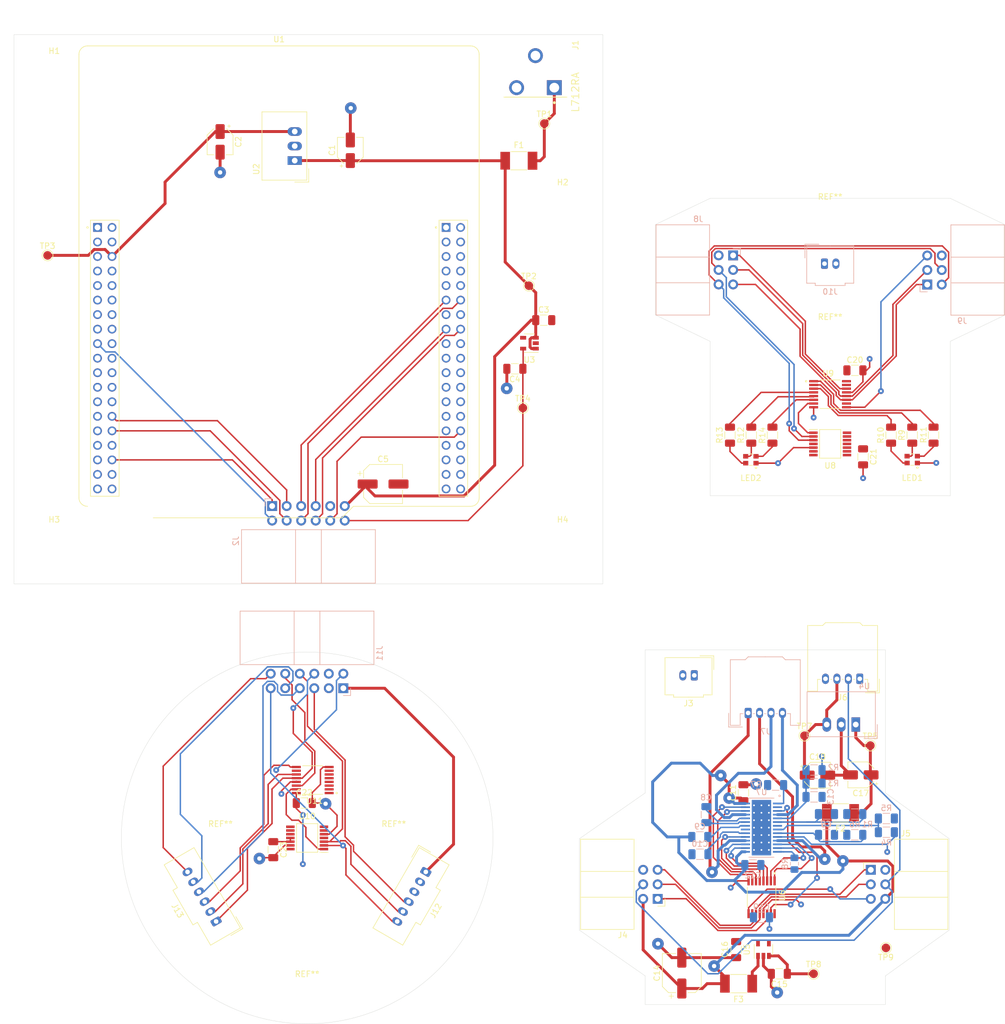
<source format=kicad_pcb>
(kicad_pcb (version 20171130) (host pcbnew "(5.1.5)-3")
  (title_block (title PCBs) (date 2021-02-09) (rev 1) (company ETSETB/UPC))
  (layers (0 F.Cu power) (31 B.Cu power) (34 B.Paste user) (35 F.Paste user) (36 B.SilkS user) (37 F.SilkS user) (38 B.Mask user) (39 F.Mask user) (44 Edge.Cuts user))
  (net 0 "")
  (net 1 VMA)
  (net 2 GND)
  (net 3 VCCA5V)
  (net 4 VCCA3v3)
  (net 5 "Net-(C6-Pad1)")
  (net 6 "Net-(C7-Pad1)")
  (net 7 "Net-(C8-Pad1)")
  (net 8 "Net-(C8-Pad2)")
  (net 9 VMB)
  (net 10 "Net-(C9-Pad1)")
  (net 11 "Net-(C10-Pad1)")
  (net 12 "Net-(C13-Pad1)")
  (net 13 /driver-1/pwr9)
  (net 14 VCCB3v3)
  (net 15 /driver-1/pwr6)
  (net 16 VCC6v5)
  (net 17 VCCD3v3)
  (net 18 VCCF3v3)
  (net 19 /supply/pwr1)
  (net 20 "Net-(J1-Pad3)")
  (net 21 SH-CLKDr1)
  (net 22 PO-CLKDr1)
  (net 23 SerialDataOutDr1)
  (net 24 SH-CLKEn1)
  (net 25 PO-CLKEn1)
  (net 26 SerialDataOutEn1)
  (net 27 MISO1)
  (net 28 PWM1)
  (net 29 PO-CLKDr2)
  (net 30 SerialDataInDr2)
  (net 31 PWM2)
  (net 32 SH-CLKDr2)
  (net 33 SerialDataOutDr2)
  (net 34 "Net-(J6-Pad1)")
  (net 35 /driver-1/2B)
  (net 36 /driver-1/2A)
  (net 37 /driver-1/1B)
  (net 38 /driver-1/1A)
  (net 39 PO-CLKEn3)
  (net 40 SerialDataInEn3)
  (net 41 CLKEn3)
  (net 42 MISO3)
  (net 43 SH-CLKEn3)
  (net 44 "Net-(J9-Pad6)")
  (net 45 SerialDataOutEn3)
  (net 46 VMC)
  (net 47 PWM4)
  (net 48 CLKEn4)
  (net 49 MISO4)
  (net 50 SerialDataInEn4)
  (net 51 PO-CLKEn4)
  (net 52 SH-CLKEn4)
  (net 53 SerialDataDr4)
  (net 54 PO-CLKDr4)
  (net 55 SH-CLKDr4)
  (net 56 SerialDataOutEn4)
  (net 57 "Net-(LED1-Pad4)")
  (net 58 "Net-(LED1-Pad3)")
  (net 59 "Net-(LED1-Pad2)")
  (net 60 "Net-(LED2-Pad2)")
  (net 61 "Net-(LED2-Pad3)")
  (net 62 "Net-(LED2-Pad4)")
  (net 63 "Net-(R4-Pad1)")
  (net 64 "Net-(R7-Pad1)")
  (net 65 "Net-(R8-Pad1)")
  (net 66 LED1-G3)
  (net 67 LED1-B3)
  (net 68 LED1-R3)
  (net 69 LED2-G3)
  (net 70 LED2-B3)
  (net 71 LED2-R3)
  (net 72 "Net-(U1-PadCN7_1)")
  (net 73 "Net-(U1-PadCN7_37)")
  (net 74 "Net-(U1-PadCN7_2)")
  (net 75 "Net-(U1-PadCN7_3)")
  (net 76 "Net-(U1-PadCN7_4)")
  (net 77 "Net-(U1-PadCN7_5)")
  (net 78 "Net-(U1-PadCN7_7)")
  (net 79 "Net-(U1-PadCN7_12)")
  (net 80 "Net-(U1-PadCN7_13)")
  (net 81 "Net-(U1-PadCN7_14)")
  (net 82 "Net-(U1-PadCN7_15)")
  (net 83 "Net-(U1-PadCN7_16)")
  (net 84 "Net-(U1-PadCN7_18)")
  (net 85 "Net-(U1-PadCN7_21)")
  (net 86 "Net-(U1-PadCN7_23)")
  (net 87 "Net-(U1-PadCN7_24)")
  (net 88 "Net-(U1-PadCN7_25)")
  (net 89 "Net-(U1-PadCN7_27)")
  (net 90 "Net-(U1-PadCN7_29)")
  (net 91 "Net-(U1-PadCN7_31)")
  (net 92 "Net-(U1-PadCN7_32)")
  (net 93 "Net-(U1-PadCN7_33)")
  (net 94 "Net-(U1-PadCN7_35)")
  (net 95 "Net-(U1-PadCN7_36)")
  (net 96 "Net-(U1-PadCN7_38)")
  (net 97 "Net-(U1-PadCN10_1)")
  (net 98 "Net-(U1-PadCN10_37)")
  (net 99 "Net-(U1-PadCN10_2)")
  (net 100 "Net-(U1-PadCN10_3)")
  (net 101 "Net-(U1-PadCN10_4)")
  (net 102 "Net-(U1-PadCN10_5)")
  (net 103 "Net-(U1-PadCN10_6)")
  (net 104 "Net-(U1-PadCN10_7)")
  (net 105 "Net-(U1-PadCN10_8)")
  (net 106 "Net-(U1-PadCN10_13)")
  (net 107 "Net-(U1-PadCN10_14)")
  (net 108 "Net-(U1-PadCN10_17)")
  (net 109 "Net-(U1-PadCN10_19)")
  (net 110 "Net-(U1-PadCN10_21)")
  (net 111 "Net-(U1-PadCN10_22)")
  (net 112 "Net-(U1-PadCN10_23)")
  (net 113 "Net-(U1-PadCN10_25)")
  (net 114 "Net-(U1-PadCN10_26)")
  (net 115 "Net-(U1-PadCN10_27)")
  (net 116 "Net-(U1-PadCN10_28)")
  (net 117 "Net-(U1-PadCN10_29)")
  (net 118 "Net-(U1-PadCN10_31)")
  (net 119 "Net-(U1-PadCN10_32)")
  (net 120 "Net-(U1-PadCN10_34)")
  (net 121 "Net-(U1-PadCN10_35)")
  (net 122 "Net-(U3-Pad4)")
  (net 123 "Net-(U5-Pad4)")
  (net 124 USM0)
  (net 125 USM1)
  (net 126 STEP)
  (net 127 SRn)
  (net 128 RESETn)
  (net 129 EnableN)
  (net 130 SleepN)
  (net 131 DIR)
  (net 132 "Net-(U7-Pad2)")
  (net 133 CSn3)
  (net 134 "Net-(U8-Pad6)")
  (net 135 "Net-(U8-Pad7)")
  (net 136 "Net-(U8-Pad8)")
  (net 137 "Net-(U8-Pad9)")
  (net 138 "Net-(U8-Pad10)")
  (net 139 "Net-(U8-Pad14)")
  (net 140 "Net-(U10-Pad14)")
  (net 141 "Net-(U10-Pad10)")
  (net 142 "Net-(U10-Pad9)")
  (net 143 "Net-(U10-Pad8)")
  (net 144 "Net-(U10-Pad7)")
  (net 145 "Net-(U10-Pad6)")
  (net 146 CSn4)
  (net 147 "Net-(U11-Pad7)")
  (net 148 "Net-(U11-Pad6)")
  (net 149 "Net-(U11-Pad5)")
  (net 150 "Net-(U11-Pad4)")
  (net 151 "Net-(U11-Pad3)")
  (net 152 "Net-(U11-Pad2)")
  (net 153 "Net-(U11-Pad1)")
  (net 154 CLK1)
  (net 155 "Net-(U1-PadCN10_24)")
  (net 156 "Net-(U1-PadCN10_33)")
  (net 157 "Net-(J12-Pad3)")
  (net 158 "Net-(U9-Pad15)")
  (net 159 "Net-(J8-Pad2)")
  (module MountingHole:MountingHole_3.2mm_M3 (layer F.Cu) (at 163.125 68.909)
    (fp_text reference REF** (at 0 -4.2) (layer F.SilkS))
    (fp_text value MountingHole_3.2mm_M3)
    (pad 1 np_thru_hole circle (at 0 0) (size 3.2 3.2) (drill 3.2) (layers *.Cu *.Mask))
  )
  (module MountingHole:MountingHole_3.2mm_M3 (layer F.Cu) (at 163.125 47.905)
    (fp_text reference REF** (at 0 -4.2) (layer F.SilkS))
    (fp_text value MountingHole_3.2mm_M3)
    (pad 1 np_thru_hole circle (at 0 0) (size 3.2 3.2) (drill 3.2) (layers *.Cu *.Mask))
  )
  (module MountingHole:MountingHole_3.2mm_M3 (layer F.Cu) (at 136.275 148.425)
    (fp_text reference H5 hide)
    (fp_text value MountingHole_3.2mm_M3)
    (pad 1 np_thru_hole circle (at 0 0) (size 3.2 3.2) (drill 3.2) (layers *.Cu *.Mask))
  )
  (module MountingHole:MountingHole_3.2mm_M3 (layer F.Cu) (at 167.275 179.425)
    (fp_text reference H5 hide)
    (fp_text value MountingHole_3.2mm_M3)
    (pad 1 np_thru_hole circle (at 0 0) (size 3.2 3.2) (drill 3.2) (layers *.Cu *.Mask))
  )
  (module MountingHole:MountingHole_5.3mm_M5 (layer F.Cu) (at 56.494555 147.05 180)
    (fp_text reference REF** (at 0 -6.3) (layer F.SilkS))
    (fp_text value MountingHole_5.3mm_M5)
    (pad 1 np_thru_hole circle (at 0 0 180) (size 5.3 5.3) (drill 5.3) (layers *.Cu *.Mask))
  )
  (module MountingHole:MountingHole_5.3mm_M5 (layer F.Cu) (at 86.805445 147.05 180)
    (fp_text reference REF** (at 0 -6.3) (layer F.SilkS))
    (fp_text value MountingHole_5.3mm_M5)
    (pad 1 np_thru_hole circle (at 0 0 180) (size 5.3 5.3) (drill 5.3) (layers *.Cu *.Mask))
  )
  (module MountingHole:MountingHole_5.3mm_M5 (layer F.Cu) (at 71.65 173.3 180)
    (fp_text reference REF** (at 0 -6.3) (layer F.SilkS))
    (fp_text value MountingHole_5.3mm_M5)
    (pad 1 np_thru_hole circle (at 0 0 180) (size 5.3 5.3) (drill 5.3) (layers *.Cu *.Mask))
  )
  (module MK2Library:Switchcraft-L712RA-0 (layer F.Cu) (at 111.575 19.025 270)
    (fp_text reference J1 (at -2.8 -7 90) (layer F.SilkS) (effects (justify right)))
    (fp_text value L712RA (at 6.4 -7 90) (layer F.SilkS) (effects (font (size 1.27 1.27))))
    (pad 3 thru_hole circle (at 5.6 3.3 270) (size 2.6 2.6) (drill 1.7) (layers *.Cu) (net 20 "Net-(J1-Pad3)"))
    (pad 1 thru_hole rect (at 5.6 -3.3 270) (size 2.6 2.6) (drill 1.7) (layers *.Cu) (net 19 /supply/pwr1))
    (pad 2 thru_hole circle (at 0 0 270) (size 2.6 2.6) (drill 1.7) (layers *.Cu) (net 2 GND))
  )
  (module MountingHole:MountingHole_3.2mm_M3 (layer F.Cu) (at 116.339 104.339)
    (fp_text reference H4 (at 0 -4.2) (layer F.SilkS))
    (fp_text value MountingHole_3.2mm_M3)
    (pad 1 np_thru_hole circle (at 0 0) (size 3.2 3.2) (drill 3.2) (layers *.Cu *.Mask))
  )
  (module MountingHole:MountingHole_3.2mm_M3 (layer F.Cu) (at 27.411 104.339)
    (fp_text reference H3 (at 0 -4.2) (layer F.SilkS))
    (fp_text value MountingHole_3.2mm_M3)
    (pad 1 np_thru_hole circle (at 0 0) (size 3.2 3.2) (drill 3.2) (layers *.Cu *.Mask))
  )
  (module MountingHole:MountingHole_3.2mm_M3 (layer F.Cu) (at 116.339 45.375)
    (fp_text reference H2 (at 0 -4.2) (layer F.SilkS))
    (fp_text value MountingHole_3.2mm_M3)
    (pad 1 np_thru_hole circle (at 0 0) (size 3.2 3.2) (drill 3.2) (layers *.Cu *.Mask))
  )
  (module MountingHole:MountingHole_3.2mm_M3 (layer F.Cu) (at 27.411 22.411)
    (fp_text reference H1 (at 0 -4.2) (layer F.SilkS))
    (fp_text value MountingHole_3.2mm_M3)
    (pad 1 np_thru_hole circle (at 0 0) (size 3.2 3.2) (drill 3.2) (layers *.Cu *.Mask))
  )
  (module Capacitor_SMD:CP_Elec_4x5.4 (layer F.Cu) (at 79.2 35.575 90)
    (fp_text reference C1 (at 0 -3.2 90) (layer F.SilkS))
    (fp_text value 10uF)
    (pad 1 smd roundrect (at -1.8 0 90) (size 2.6 1.6) (layers F.Cu F.Paste F.Mask) (roundrect_rratio 0.15625) (net 1 VMA))
    (pad 2 smd roundrect (at 1.8 0 90) (size 2.6 1.6) (layers F.Cu F.Paste F.Mask) (roundrect_rratio 0.15625) (net 2 GND))
  )
  (module Capacitor_SMD:CP_Elec_4x5.4 (layer F.Cu) (at 56.425 34.1 270)
    (fp_text reference C2 (at 0 -3.2 90) (layer F.SilkS))
    (fp_text value 10uF)
    (pad 2 smd roundrect (at 1.8 0 270) (size 2.6 1.6) (layers F.Cu F.Paste F.Mask) (roundrect_rratio 0.15625) (net 2 GND))
    (pad 1 smd roundrect (at -1.8 0 270) (size 2.6 1.6) (layers F.Cu F.Paste F.Mask) (roundrect_rratio 0.15625) (net 3 VCCA5V))
  )
  (module Capacitor_SMD:C_1206_3216Metric (layer F.Cu) (at 113.025 65.275)
    (fp_text reference C3 (at 0 -1.82) (layer F.SilkS))
    (fp_text value 1uF)
    (pad 2 smd roundrect (at 1.4 0) (size 1.25 1.75) (layers F.Cu F.Paste F.Mask) (roundrect_rratio 0.2) (net 2 GND))
    (pad 1 smd roundrect (at -1.4 0) (size 1.25 1.75) (layers F.Cu F.Paste F.Mask) (roundrect_rratio 0.2) (net 1 VMA))
  )
  (module Capacitor_SMD:C_1206_3216Metric (layer F.Cu) (at 107.975 73.775 180)
    (fp_text reference C4 (at 0 -1.82) (layer F.SilkS))
    (fp_text value 1uF)
    (pad 1 smd roundrect (at -1.4 0 180) (size 1.25 1.75) (layers F.Cu F.Paste F.Mask) (roundrect_rratio 0.2) (net 4 VCCA3v3))
    (pad 2 smd roundrect (at 1.4 0 180) (size 1.25 1.75) (layers F.Cu F.Paste F.Mask) (roundrect_rratio 0.2) (net 2 GND))
  )
  (module Capacitor_SMD:CP_Elec_6.3x7.7 (layer F.Cu) (at 84.925 93.925)
    (fp_text reference C5 (at 0 -4.35) (layer F.SilkS))
    (fp_text value 100uF)
    (pad 2 smd roundrect (at 2.7 0) (size 3.5 1.6) (layers F.Cu F.Paste F.Mask) (roundrect_rratio 0.15625) (net 2 GND))
    (pad 1 smd roundrect (at -2.7 0) (size 3.5 1.6) (layers F.Cu F.Paste F.Mask) (roundrect_rratio 0.15625) (net 1 VMA))
  )
  (module Capacitor_SMD:C_1206_3216Metric (layer B.Cu) (at 162.475 151.625)
    (fp_text reference C6 (at -0.025 1.8 180) (layer B.SilkS) (effects (justify mirror)))
    (fp_text value 1000pF)
    (pad 2 smd roundrect (at 1.4 0) (size 1.25 1.75) (layers B.Cu B.Paste B.Mask) (roundrect_rratio 0.2) (net 2 GND))
    (pad 1 smd roundrect (at -1.4 0) (size 1.25 1.75) (layers B.Cu B.Paste B.Mask) (roundrect_rratio 0.2) (net 5 "Net-(C6-Pad1)"))
  )
  (module Capacitor_SMD:C_1206_3216Metric (layer B.Cu) (at 162.475 155.25)
    (fp_text reference C7 (at -0.15 -1.875 180) (layer B.SilkS) (effects (justify mirror)))
    (fp_text value 1000pF)
    (pad 2 smd roundrect (at 1.4 0) (size 1.25 1.75) (layers B.Cu B.Paste B.Mask) (roundrect_rratio 0.2) (net 2 GND))
    (pad 1 smd roundrect (at -1.4 0) (size 1.25 1.75) (layers B.Cu B.Paste B.Mask) (roundrect_rratio 0.2) (net 6 "Net-(C7-Pad1)"))
  )
  (module Capacitor_SMD:C_1206_3216Metric (layer B.Cu) (at 141.475 151.725 90)
    (fp_text reference C8 (at 3 -0.075 180) (layer B.SilkS) (effects (justify mirror)))
    (fp_text value 0.22uF)
    (pad 2 smd roundrect (at 1.4 0 90) (size 1.25 1.75) (layers B.Cu B.Paste B.Mask) (roundrect_rratio 0.2) (net 8 "Net-(C8-Pad2)"))
    (pad 1 smd roundrect (at -1.4 0 90) (size 1.25 1.75) (layers B.Cu B.Paste B.Mask) (roundrect_rratio 0.2) (net 7 "Net-(C8-Pad1)"))
  )
  (module Capacitor_SMD:C_1206_3216Metric (layer B.Cu) (at 140.325 155.625 180)
    (fp_text reference C9 (at 0 1.82 180) (layer B.SilkS) (effects (justify mirror)))
    (fp_text value 0.22uF)
    (pad 2 smd roundrect (at 1.4 0 180) (size 1.25 1.75) (layers B.Cu B.Paste B.Mask) (roundrect_rratio 0.2) (net 9 VMB))
    (pad 1 smd roundrect (at -1.4 0 180) (size 1.25 1.75) (layers B.Cu B.Paste B.Mask) (roundrect_rratio 0.2) (net 10 "Net-(C9-Pad1)"))
  )
  (module Capacitor_SMD:C_1206_3216Metric (layer B.Cu) (at 140.35 158.65 180)
    (fp_text reference C10 (at 0 1.82) (layer B.SilkS) (effects (justify mirror)))
    (fp_text value 0.22uF)
    (pad 1 smd roundrect (at -1.4 0 180) (size 1.25 1.75) (layers B.Cu B.Paste B.Mask) (roundrect_rratio 0.2) (net 11 "Net-(C10-Pad1)"))
    (pad 2 smd roundrect (at 1.4 0 180) (size 1.25 1.75) (layers B.Cu B.Paste B.Mask) (roundrect_rratio 0.2) (net 2 GND))
  )
  (module Capacitor_SMD:C_1206_3216Metric (layer F.Cu) (at 147.95 147.9 90)
    (fp_text reference C11 (at 0 -1.82 -90) (layer F.SilkS))
    (fp_text value 100nF)
    (pad 2 smd roundrect (at 1.4 0 90) (size 1.25 1.75) (layers F.Cu F.Paste F.Mask) (roundrect_rratio 0.2) (net 2 GND))
    (pad 1 smd roundrect (at -1.4 0 90) (size 1.25 1.75) (layers F.Cu F.Paste F.Mask) (roundrect_rratio 0.2) (net 9 VMB))
  )
  (module Capacitor_SMD:C_1206_3216Metric (layer B.Cu) (at 149.6 160.525)
    (fp_text reference C12 (at 0 1.82) (layer B.SilkS) (effects (justify mirror)))
    (fp_text value 100nF)
    (pad 1 smd roundrect (at -1.4 0) (size 1.25 1.75) (layers B.Cu B.Paste B.Mask) (roundrect_rratio 0.2) (net 9 VMB))
    (pad 2 smd roundrect (at 1.4 0) (size 1.25 1.75) (layers B.Cu B.Paste B.Mask) (roundrect_rratio 0.2) (net 2 GND))
  )
  (module Capacitor_SMD:C_1206_3216Metric (layer B.Cu) (at 160.3 148.625)
    (fp_text reference C13 (at 2.9 -0.025 90) (layer B.SilkS) (effects (justify mirror)))
    (fp_text value 100nF)
    (pad 1 smd roundrect (at -1.4 0) (size 1.25 1.75) (layers B.Cu B.Paste B.Mask) (roundrect_rratio 0.2) (net 12 "Net-(C13-Pad1)"))
    (pad 2 smd roundrect (at 1.4 0) (size 1.25 1.75) (layers B.Cu B.Paste B.Mask) (roundrect_rratio 0.2) (net 2 GND))
  )
  (module Capacitor_SMD:CP_Elec_6.3x7.7 (layer F.Cu) (at 137.175 179.425 90)
    (fp_text reference C14 (at 0 -4.35 90) (layer F.SilkS))
    (fp_text value 100uF)
    (pad 1 smd roundrect (at -2.7 0 90) (size 3.5 1.6) (layers F.Cu F.Paste F.Mask) (roundrect_rratio 0.15625) (net 9 VMB))
    (pad 2 smd roundrect (at 2.7 0 90) (size 3.5 1.6) (layers F.Cu F.Paste F.Mask) (roundrect_rratio 0.15625) (net 2 GND))
  )
  (module Capacitor_SMD:C_1206_3216Metric (layer F.Cu) (at 154.225 179.55 180)
    (fp_text reference C15 (at 0 -1.82) (layer F.SilkS))
    (fp_text value 1uF)
    (pad 2 smd roundrect (at 1.4 0 180) (size 1.25 1.75) (layers F.Cu F.Paste F.Mask) (roundrect_rratio 0.2) (net 2 GND))
    (pad 1 smd roundrect (at -1.4 0 180) (size 1.25 1.75) (layers F.Cu F.Paste F.Mask) (roundrect_rratio 0.2) (net 13 /driver-1/pwr9))
  )
  (module Capacitor_SMD:C_1206_3216Metric (layer F.Cu) (at 146.675 175.325 270)
    (fp_text reference C16 (at -0.025 1.975 90) (layer F.SilkS))
    (fp_text value 1uF)
    (pad 1 smd roundrect (at -1.4 0 270) (size 1.25 1.75) (layers F.Cu F.Paste F.Mask) (roundrect_rratio 0.2) (net 14 VCCB3v3))
    (pad 2 smd roundrect (at 1.4 0 270) (size 1.25 1.75) (layers F.Cu F.Paste F.Mask) (roundrect_rratio 0.2) (net 2 GND))
  )
  (module Capacitor_SMD:CP_Elec_4x5.4 (layer F.Cu) (at 168.475 144.775 180)
    (fp_text reference C17 (at 0 -3.2) (layer F.SilkS))
    (fp_text value 10uF)
    (pad 1 smd roundrect (at -1.8 0 180) (size 2.6 1.6) (layers F.Cu F.Paste F.Mask) (roundrect_rratio 0.15625) (net 15 /driver-1/pwr6))
    (pad 2 smd roundrect (at 1.8 0 180) (size 2.6 1.6) (layers F.Cu F.Paste F.Mask) (roundrect_rratio 0.15625) (net 2 GND))
  )
  (module Capacitor_SMD:CP_Elec_4x5.4 (layer F.Cu) (at 160.9 144.825)
    (fp_text reference C18 (at 0 -3.2) (layer F.SilkS))
    (fp_text value 10uF)
    (pad 2 smd roundrect (at 1.8 0) (size 2.6 1.6) (layers F.Cu F.Paste F.Mask) (roundrect_rratio 0.15625) (net 2 GND))
    (pad 1 smd roundrect (at -1.8 0) (size 2.6 1.6) (layers F.Cu F.Paste F.Mask) (roundrect_rratio 0.15625) (net 16 VCC6v5))
  )
  (module Capacitor_SMD:C_1206_3216Metric (layer B.Cu) (at 151.1 169.675 180)
    (fp_text reference C19 (at 0 1.82) (layer B.SilkS) (effects (justify mirror)))
    (fp_text value 100nF)
    (pad 2 smd roundrect (at 1.4 0 180) (size 1.25 1.75) (layers B.Cu B.Paste B.Mask) (roundrect_rratio 0.2) (net 2 GND))
    (pad 1 smd roundrect (at -1.4 0 180) (size 1.25 1.75) (layers B.Cu B.Paste B.Mask) (roundrect_rratio 0.2) (net 14 VCCB3v3))
  )
  (module Capacitor_SMD:C_1206_3216Metric (layer F.Cu) (at 167.45 74.05)
    (fp_text reference C20 (at 0 -1.82) (layer F.SilkS))
    (fp_text value 100nF)
    (pad 1 smd roundrect (at -1.4 0) (size 1.25 1.75) (layers F.Cu F.Paste F.Mask) (roundrect_rratio 0.2) (net 17 VCCD3v3))
    (pad 2 smd roundrect (at 1.4 0) (size 1.25 1.75) (layers F.Cu F.Paste F.Mask) (roundrect_rratio 0.2) (net 2 GND))
  )
  (module Capacitor_SMD:C_1206_3216Metric (layer F.Cu) (at 168.875 89.175 270)
    (fp_text reference C21 (at 0 -1.82 90) (layer F.SilkS))
    (fp_text value 100nF)
    (pad 1 smd roundrect (at -1.4 0 270) (size 1.25 1.75) (layers F.Cu F.Paste F.Mask) (roundrect_rratio 0.2) (net 17 VCCD3v3))
    (pad 2 smd roundrect (at 1.4 0 270) (size 1.25 1.75) (layers F.Cu F.Paste F.Mask) (roundrect_rratio 0.2) (net 2 GND))
  )
  (module Capacitor_SMD:C_1206_3216Metric (layer F.Cu) (at 71.15 149.7)
    (fp_text reference C22 (at 0 -1.82) (layer F.SilkS))
    (fp_text value 100nF)
    (pad 1 smd roundrect (at -1.4 0) (size 1.25 1.75) (layers F.Cu F.Paste F.Mask) (roundrect_rratio 0.2) (net 18 VCCF3v3))
    (pad 2 smd roundrect (at 1.4 0) (size 1.25 1.75) (layers F.Cu F.Paste F.Mask) (roundrect_rratio 0.2) (net 2 GND))
  )
  (module Capacitor_SMD:C_1206_3216Metric (layer F.Cu) (at 65.725 157.85 270)
    (fp_text reference C23 (at 0 -1.82 90) (layer F.SilkS))
    (fp_text value 100nF)
    (pad 2 smd roundrect (at 1.4 0 270) (size 1.25 1.75) (layers F.Cu F.Paste F.Mask) (roundrect_rratio 0.2) (net 2 GND))
    (pad 1 smd roundrect (at -1.4 0 270) (size 1.25 1.75) (layers F.Cu F.Paste F.Mask) (roundrect_rratio 0.2) (net 18 VCCF3v3))
  )
  (module MK2Library:MINISMDC110 (layer F.Cu) (at 108.675 37.4 180)
    (fp_text reference F1 (at 0 2.73) (layer F.SilkS))
    (fp_text value Polyfuse)
    (pad P$1 smd rect (at -2.39 0 180) (size 1.68 3.15) (layers F.Cu F.Paste F.Mask) (net 19 /supply/pwr1))
    (pad P$2 smd rect (at 2.39 0 180) (size 1.68 3.1) (layers F.Cu F.Paste F.Mask) (net 1 VMA))
  )
  (module MK2Library:MINISMDC110 (layer F.Cu) (at 164.925 151.425)
    (fp_text reference F2 (at 0 2.73) (layer F.SilkS))
    (fp_text value Polyfuse)
    (pad P$2 smd rect (at 2.39 0) (size 1.68 3.1) (layers F.Cu F.Paste F.Mask) (net 15 /driver-1/pwr6))
    (pad P$1 smd rect (at -2.39 0) (size 1.68 3.15) (layers F.Cu F.Paste F.Mask) (net 9 VMB))
  )
  (module MK2Library:MINISMDC110 (layer F.Cu) (at 147.1 181.275)
    (fp_text reference F3 (at 0 2.73) (layer F.SilkS))
    (fp_text value Polyfuse)
    (pad P$1 smd rect (at -2.39 0) (size 1.68 3.15) (layers F.Cu F.Paste F.Mask) (net 9 VMB))
    (pad P$2 smd rect (at 2.39 0) (size 1.68 3.1) (layers F.Cu F.Paste F.Mask) (net 13 /driver-1/pwr9))
  )
  (module MK2Library:Molex_MicroClasp_55932-0210_1x02_P2.00mm_Vertical (layer F.Cu) (at 139.35 127.375 180)
    (fp_text reference J3 (at 1 -4.9) (layer F.SilkS))
    (fp_text value Conn_01x02_Male)
    (pad 1 thru_hole roundrect (at 0 0 180) (size 1.2 1.8) (drill 0.8) (layers *.Cu *.Mask) (roundrect_rratio 0.208333) (net 2 GND))
    (pad 2 thru_hole oval (at 2 0 180) (size 1.2 1.8) (drill 0.8) (layers *.Cu *.Mask) (net 14 VCCB3v3))
    (pad "" np_thru_hole circle (at 4 -1.9 180) (size 1.3 1.3) (drill 1.3) (layers *.Cu *.Mask))
  )
  (module Connector_IDC:IDC-Header_2x03_P2.54mm_Horizontal (layer F.Cu) (at 132.95 166.45 180)
    (fp_text reference J4 (at 6.105 -6.35) (layer F.SilkS))
    (fp_text value Conn_02x03_Male)
    (pad 1 thru_hole rect (at 0 0 180) (size 1.7272 1.7272) (drill 1.016) (layers *.Cu *.Mask) (net 30 SerialDataInDr2))
    (pad 2 thru_hole oval (at 2.54 0 180) (size 1.7272 1.7272) (drill 1.016) (layers *.Cu *.Mask) (net 9 VMB))
    (pad 3 thru_hole oval (at 0 2.54 180) (size 1.7272 1.7272) (drill 1.016) (layers *.Cu *.Mask) (net 29 PO-CLKDr2))
    (pad 4 thru_hole oval (at 2.54 2.54 180) (size 1.7272 1.7272) (drill 1.016) (layers *.Cu *.Mask) (net 31 PWM2))
    (pad 5 thru_hole oval (at 0 5.08 180) (size 1.7272 1.7272) (drill 1.016) (layers *.Cu *.Mask) (net 32 SH-CLKDr2))
    (pad 6 thru_hole oval (at 2.54 5.08 180) (size 1.7272 1.7272) (drill 1.016) (layers *.Cu *.Mask) (net 2 GND))
  )
  (module Connector_IDC:IDC-Header_2x03_P2.54mm_Horizontal (layer F.Cu) (at 170.225 161.375)
    (fp_text reference J5 (at 6.105 -6.35) (layer F.SilkS))
    (fp_text value Conn_02x03_Male)
    (pad 6 thru_hole oval (at 2.54 5.08) (size 1.7272 1.7272) (drill 1.016) (layers *.Cu *.Mask) (net 9 VMB))
    (pad 5 thru_hole oval (at 0 5.08) (size 1.7272 1.7272) (drill 1.016) (layers *.Cu *.Mask) (net 33 SerialDataOutDr2))
    (pad 4 thru_hole oval (at 2.54 2.54) (size 1.7272 1.7272) (drill 1.016) (layers *.Cu *.Mask) (net 31 PWM2))
    (pad 3 thru_hole oval (at 0 2.54) (size 1.7272 1.7272) (drill 1.016) (layers *.Cu *.Mask) (net 29 PO-CLKDr2))
    (pad 2 thru_hole oval (at 2.54 0) (size 1.7272 1.7272) (drill 1.016) (layers *.Cu *.Mask) (net 2 GND))
    (pad 1 thru_hole rect (at 0 0) (size 1.7272 1.7272) (drill 1.016) (layers *.Cu *.Mask) (net 32 SH-CLKDr2))
  )
  (module MK2Library:Molex_MicroClasp_55935-0430_1x04_P2.00mm_Horizontal (layer F.Cu) (at 168.3 127.975 180)
    (fp_text reference J6 (at 3 -3.25) (layer F.SilkS))
    (fp_text value Conn_01x04_Male)
    (pad 4 thru_hole oval (at 6 0 180) (size 1.2 1.8) (drill 0.8) (layers *.Cu *.Mask) (net 2 GND))
    (pad 3 thru_hole oval (at 4 0 180) (size 1.2 1.8) (drill 0.8) (layers *.Cu *.Mask) (net 16 VCC6v5))
    (pad 2 thru_hole oval (at 2 0 180) (size 1.2 1.8) (drill 0.8) (layers *.Cu *.Mask) (net 31 PWM2))
    (pad 1 thru_hole roundrect (at 0 0 180) (size 1.2 1.8) (drill 0.8) (layers *.Cu *.Mask) (roundrect_rratio 0.208333) (net 34 "Net-(J6-Pad1)"))
  )
  (module MK2Library:Molex_MicroClasp_55935-0430_1x04_P2.00mm_Horizontal (layer B.Cu) (at 148.775 133.95)
    (fp_text reference J7 (at 3 3.25) (layer B.SilkS) (effects (justify mirror)))
    (fp_text value Conn_01x04_Male)
    (pad 1 thru_hole roundrect (at 0 0) (size 1.2 1.8) (drill 0.8) (layers *.Cu *.Mask) (roundrect_rratio 0.208333) (net 35 /driver-1/2B))
    (pad 2 thru_hole oval (at 2 0) (size 1.2 1.8) (drill 0.8) (layers *.Cu *.Mask) (net 36 /driver-1/2A))
    (pad 3 thru_hole oval (at 4 0) (size 1.2 1.8) (drill 0.8) (layers *.Cu *.Mask) (net 37 /driver-1/1B))
    (pad 4 thru_hole oval (at 6 0) (size 1.2 1.8) (drill 0.8) (layers *.Cu *.Mask) (net 38 /driver-1/1A))
  )
  (module Connector_IDC:IDC-Header_2x03_P2.54mm_Horizontal (layer B.Cu) (at 146.15 53.95 180)
    (fp_text reference J8 (at 6.105 6.35) (layer B.SilkS) (effects (justify mirror)))
    (fp_text value Conn_02x03_Male)
    (pad 1 thru_hole rect (at 0 0 180) (size 1.7272 1.7272) (drill 1.016) (layers *.Cu *.Mask) (net 40 SerialDataInEn3))
    (pad 2 thru_hole oval (at 2.54 0 180) (size 1.7272 1.7272) (drill 1.016) (layers *.Cu *.Mask) (net 159 "Net-(J8-Pad2)"))
    (pad 3 thru_hole oval (at 0 -2.54 180) (size 1.7272 1.7272) (drill 1.016) (layers *.Cu *.Mask) (net 39 PO-CLKEn3))
    (pad 4 thru_hole oval (at 2.54 -2.54 180) (size 1.7272 1.7272) (drill 1.016) (layers *.Cu *.Mask) (net 41 CLKEn3))
    (pad 5 thru_hole oval (at 0 -5.08 180) (size 1.7272 1.7272) (drill 1.016) (layers *.Cu *.Mask) (net 43 SH-CLKEn3))
    (pad 6 thru_hole oval (at 2.54 -5.08 180) (size 1.7272 1.7272) (drill 1.016) (layers *.Cu *.Mask) (net 42 MISO3))
  )
  (module Connector_IDC:IDC-Header_2x03_P2.54mm_Horizontal (layer B.Cu) (at 180.1 59.05)
    (fp_text reference J9 (at 6.105 6.35) (layer B.SilkS) (effects (justify mirror)))
    (fp_text value Conn_02x03_Male)
    (pad 6 thru_hole oval (at 2.54 -5.08) (size 1.7272 1.7272) (drill 1.016) (layers *.Cu *.Mask) (net 44 "Net-(J9-Pad6)"))
    (pad 5 thru_hole oval (at 0 -5.08) (size 1.7272 1.7272) (drill 1.016) (layers *.Cu *.Mask) (net 45 SerialDataOutEn3))
    (pad 4 thru_hole oval (at 2.54 -2.54) (size 1.7272 1.7272) (drill 1.016) (layers *.Cu *.Mask) (net 41 CLKEn3))
    (pad 3 thru_hole oval (at 0 -2.54) (size 1.7272 1.7272) (drill 1.016) (layers *.Cu *.Mask) (net 39 PO-CLKEn3))
    (pad 2 thru_hole oval (at 2.54 0) (size 1.7272 1.7272) (drill 1.016) (layers *.Cu *.Mask) (net 42 MISO3))
    (pad 1 thru_hole rect (at 0 0) (size 1.7272 1.7272) (drill 1.016) (layers *.Cu *.Mask) (net 43 SH-CLKEn3))
  )
  (module MK2Library:Molex_MicroClasp_55932-0210_1x02_P2.00mm_Vertical (layer B.Cu) (at 162.125 55.4)
    (fp_text reference J10 (at 1 4.9) (layer B.SilkS) (effects (justify mirror)))
    (fp_text value Conn_01x02_Male)
    (pad "" np_thru_hole circle (at 4 1.9) (size 1.3 1.3) (drill 1.3) (layers *.Cu *.Mask))
    (pad 2 thru_hole oval (at 2 0) (size 1.2 1.8) (drill 0.8) (layers *.Cu *.Mask) (net 17 VCCD3v3))
    (pad 1 thru_hole roundrect (at 0 0) (size 1.2 1.8) (drill 0.8) (layers *.Cu *.Mask) (roundrect_rratio 0.208333) (net 2 GND))
  )
  (module MK2Library:ASMBKTF00A306 (layer F.Cu) (at 177.475 89.65)
    (fp_text reference LED1 (at 0 3.2) (layer F.SilkS))
    (fp_text value ASMB-KTF0-0A306 hide)
    (pad 4 smd rect (at -0.9 0.6 90) (size 0.8 0.9) (layers F.Cu F.Paste F.Mask) (net 57 "Net-(LED1-Pad4)"))
    (pad 3 smd rect (at -0.9 -0.6 90) (size 0.8 0.9) (layers F.Cu F.Paste F.Mask) (net 58 "Net-(LED1-Pad3)"))
    (pad 2 smd rect (at 0.9 -0.6 90) (size 0.8 0.9) (layers F.Cu F.Paste F.Mask) (net 59 "Net-(LED1-Pad2)"))
    (pad 1 smd rect (at 0.9 0.6 90) (size 0.8 0.9) (layers F.Cu F.Paste F.Mask) (net 2 GND))
  )
  (module MK2Library:ASMBKTF00A306 (layer F.Cu) (at 149.25 89.675)
    (fp_text reference LED2 (at 0 3.2) (layer F.SilkS))
    (fp_text value ASMB-KTF0-0A306 hide)
    (pad 1 smd rect (at 0.9 0.6 90) (size 0.8 0.9) (layers F.Cu F.Paste F.Mask) (net 2 GND))
    (pad 2 smd rect (at 0.9 -0.6 90) (size 0.8 0.9) (layers F.Cu F.Paste F.Mask) (net 60 "Net-(LED2-Pad2)"))
    (pad 3 smd rect (at -0.9 -0.6 90) (size 0.8 0.9) (layers F.Cu F.Paste F.Mask) (net 61 "Net-(LED2-Pad3)"))
    (pad 4 smd rect (at -0.9 0.6 90) (size 0.8 0.9) (layers F.Cu F.Paste F.Mask) (net 62 "Net-(LED2-Pad4)"))
  )
  (module Resistor_SMD:R_1206_3216Metric (layer B.Cu) (at 167.425 151.625 180)
    (fp_text reference R1 (at -2.2 -1.8 180) (layer B.SilkS) (effects (justify mirror)))
    (fp_text value 47k)
    (pad 2 smd roundrect (at 1.4 0 180) (size 1.25 1.75) (layers B.Cu B.Paste B.Mask) (roundrect_rratio 0.2) (net 2 GND))
    (pad 1 smd roundrect (at -1.4 0 180) (size 1.25 1.75) (layers B.Cu B.Paste B.Mask) (roundrect_rratio 0.2) (net 5 "Net-(C6-Pad1)"))
  )
  (module Resistor_SMD:R_1206_3216Metric (layer B.Cu) (at 167.425 155.25 180)
    (fp_text reference R6 (at 0 1.82 180) (layer B.SilkS) (effects (justify mirror)))
    (fp_text value 47k)
    (pad 2 smd roundrect (at 1.4 0 180) (size 1.25 1.75) (layers B.Cu B.Paste B.Mask) (roundrect_rratio 0.2) (net 2 GND))
    (pad 1 smd roundrect (at -1.4 0 180) (size 1.25 1.75) (layers B.Cu B.Paste B.Mask) (roundrect_rratio 0.2) (net 6 "Net-(C7-Pad1)"))
  )
  (module Resistor_SMD:R_1206_3216Metric (layer B.Cu) (at 153.575 146.55 180)
    (fp_text reference R7 (at 3.425 0.1 180) (layer B.SilkS) (effects (justify mirror)))
    (fp_text value 0.43R)
    (pad 1 smd roundrect (at -1.4 0 180) (size 1.25 1.75) (layers B.Cu B.Paste B.Mask) (roundrect_rratio 0.2) (net 64 "Net-(R7-Pad1)"))
    (pad 2 smd roundrect (at 1.4 0 180) (size 1.25 1.75) (layers B.Cu B.Paste B.Mask) (roundrect_rratio 0.2) (net 2 GND))
  )
  (module Resistor_SMD:R_0805_2012Metric_Pad1.15x1.40mm_HandSolder (layer B.Cu) (at 156.875 160.3 270)
    (fp_text reference R8 (at 0 1.65 90) (layer B.SilkS) (effects (justify mirror)))
    (fp_text value 0.43R)
    (pad 1 smd roundrect (at -1.025 0 270) (size 1.15 1.4) (layers B.Cu B.Paste B.Mask) (roundrect_rratio 0.217391) (net 65 "Net-(R8-Pad1)"))
    (pad 2 smd roundrect (at 1.025 0 270) (size 1.15 1.4) (layers B.Cu B.Paste B.Mask) (roundrect_rratio 0.217391) (net 2 GND))
  )
  (module Resistor_SMD:R_1206_3216Metric (layer F.Cu) (at 177.475 85.375 90)
    (fp_text reference R9 (at 0 -1.82 90) (layer F.SilkS))
    (fp_text value 82R)
    (pad 2 smd roundrect (at 1.4 0 90) (size 1.25 1.75) (layers F.Cu F.Paste F.Mask) (roundrect_rratio 0.2) (net 66 LED1-G3))
    (pad 1 smd roundrect (at -1.4 0 90) (size 1.25 1.75) (layers F.Cu F.Paste F.Mask) (roundrect_rratio 0.2) (net 58 "Net-(LED1-Pad3)"))
  )
  (module Resistor_SMD:R_1206_3216Metric (layer F.Cu) (at 173.775 85.375 90)
    (fp_text reference R10 (at 0 -1.82 90) (layer F.SilkS))
    (fp_text value 100R)
    (pad 1 smd roundrect (at -1.4 0 90) (size 1.25 1.75) (layers F.Cu F.Paste F.Mask) (roundrect_rratio 0.2) (net 57 "Net-(LED1-Pad4)"))
    (pad 2 smd roundrect (at 1.4 0 90) (size 1.25 1.75) (layers F.Cu F.Paste F.Mask) (roundrect_rratio 0.2) (net 67 LED1-B3))
  )
  (module Resistor_SMD:R_1206_3216Metric (layer F.Cu) (at 181.2 85.375 270)
    (fp_text reference R11 (at -0.05 1.75 90) (layer F.SilkS))
    (fp_text value 270R)
    (pad 1 smd roundrect (at -1.4 0 270) (size 1.25 1.75) (layers F.Cu F.Paste F.Mask) (roundrect_rratio 0.2) (net 68 LED1-R3))
    (pad 2 smd roundrect (at 1.4 0 270) (size 1.25 1.75) (layers F.Cu F.Paste F.Mask) (roundrect_rratio 0.2) (net 59 "Net-(LED1-Pad2)"))
  )
  (module Resistor_SMD:R_1206_3216Metric (layer F.Cu) (at 149.325 85.375 90)
    (fp_text reference R12 (at 0 -1.82 90) (layer F.SilkS))
    (fp_text value 82R)
    (pad 2 smd roundrect (at 1.4 0 90) (size 1.25 1.75) (layers F.Cu F.Paste F.Mask) (roundrect_rratio 0.2) (net 69 LED2-G3))
    (pad 1 smd roundrect (at -1.4 0 90) (size 1.25 1.75) (layers F.Cu F.Paste F.Mask) (roundrect_rratio 0.2) (net 61 "Net-(LED2-Pad3)"))
  )
  (module Resistor_SMD:R_1206_3216Metric (layer F.Cu) (at 145.6 85.375 90)
    (fp_text reference R13 (at 0 -1.82 90) (layer F.SilkS))
    (fp_text value 100R)
    (pad 1 smd roundrect (at -1.4 0 90) (size 1.25 1.75) (layers F.Cu F.Paste F.Mask) (roundrect_rratio 0.2) (net 62 "Net-(LED2-Pad4)"))
    (pad 2 smd roundrect (at 1.4 0 90) (size 1.25 1.75) (layers F.Cu F.Paste F.Mask) (roundrect_rratio 0.2) (net 70 LED2-B3))
  )
  (module Resistor_SMD:R_1206_3216Metric (layer F.Cu) (at 153.025 85.375 270)
    (fp_text reference R14 (at 0.05 1.775 90) (layer F.SilkS))
    (fp_text value 270R)
    (pad 2 smd roundrect (at 1.4 0 270) (size 1.25 1.75) (layers F.Cu F.Paste F.Mask) (roundrect_rratio 0.2) (net 60 "Net-(LED2-Pad2)"))
    (pad 1 smd roundrect (at -1.4 0 270) (size 1.25 1.75) (layers F.Cu F.Paste F.Mask) (roundrect_rratio 0.2) (net 71 LED2-R3))
  )
  (module MK2Library:ST_NUCLEO-F401RE (layer F.Cu) (at 66.735 58.575)
    (fp_text reference U1 (at 0 -42.4) (layer F.SilkS))
    (fp_text value NUCLEO-F411RE)
    (pad CN7_1 thru_hole rect (at -31.75 -9.51) (size 1.53 1.53) (drill 1.02) (layers *.Cu *.Mask) (net 72 "Net-(U1-PadCN7_1)"))
    (pad CN7_37 thru_hole circle (at -31.75 36.21) (size 1.53 1.53) (drill 1.02) (layers *.Cu *.Mask) (net 73 "Net-(U1-PadCN7_37)"))
    (pad CN7_2 thru_hole circle (at -29.21 -9.51) (size 1.53 1.53) (drill 1.02) (layers *.Cu *.Mask) (net 74 "Net-(U1-PadCN7_2)"))
    (pad CN7_3 thru_hole circle (at -31.75 -6.97) (size 1.53 1.53) (drill 1.02) (layers *.Cu *.Mask) (net 75 "Net-(U1-PadCN7_3)"))
    (pad CN7_4 thru_hole circle (at -29.21 -6.97) (size 1.53 1.53) (drill 1.02) (layers *.Cu *.Mask) (net 76 "Net-(U1-PadCN7_4)"))
    (pad CN7_5 thru_hole circle (at -31.75 -4.43) (size 1.53 1.53) (drill 1.02) (layers *.Cu *.Mask) (net 77 "Net-(U1-PadCN7_5)"))
    (pad CN7_6 thru_hole circle (at -29.21 -4.43) (size 1.53 1.53) (drill 1.02) (layers *.Cu *.Mask) (net 3 VCCA5V))
    (pad CN7_7 thru_hole circle (at -31.75 -1.89) (size 1.53 1.53) (drill 1.02) (layers *.Cu *.Mask) (net 78 "Net-(U1-PadCN7_7)"))
    (pad CN7_8 thru_hole circle (at -29.21 -1.89) (size 1.53 1.53) (drill 1.02) (layers *.Cu *.Mask) (net 2 GND))
    (pad CN7_9 thru_hole circle (at -31.75 0.65) (size 1.53 1.53) (drill 1.02) (layers *.Cu *.Mask))
    (pad CN7_10 thru_hole circle (at -29.21 0.65) (size 1.53 1.53) (drill 1.02) (layers *.Cu *.Mask))
    (pad CN7_11 thru_hole circle (at -31.75 3.19) (size 1.53 1.53) (drill 1.02) (layers *.Cu *.Mask))
    (pad CN7_12 thru_hole circle (at -29.21 3.19) (size 1.53 1.53) (drill 1.02) (layers *.Cu *.Mask) (net 79 "Net-(U1-PadCN7_12)"))
    (pad CN7_13 thru_hole circle (at -31.75 5.73) (size 1.53 1.53) (drill 1.02) (layers *.Cu *.Mask) (net 80 "Net-(U1-PadCN7_13)"))
    (pad CN7_14 thru_hole circle (at -29.21 5.73) (size 1.53 1.53) (drill 1.02) (layers *.Cu *.Mask) (net 81 "Net-(U1-PadCN7_14)"))
    (pad CN7_15 thru_hole circle (at -31.75 8.27) (size 1.53 1.53) (drill 1.02) (layers *.Cu *.Mask) (net 82 "Net-(U1-PadCN7_15)"))
    (pad CN7_16 thru_hole circle (at -29.21 8.27) (size 1.53 1.53) (drill 1.02) (layers *.Cu *.Mask) (net 83 "Net-(U1-PadCN7_16)"))
    (pad CN7_17 thru_hole circle (at -31.75 10.81) (size 1.53 1.53) (drill 1.02) (layers *.Cu *.Mask) (net 22 PO-CLKDr1))
    (pad CN7_18 thru_hole circle (at -29.21 10.81) (size 1.53 1.53) (drill 1.02) (layers *.Cu *.Mask) (net 84 "Net-(U1-PadCN7_18)"))
    (pad CN7_19 thru_hole circle (at -31.75 13.35) (size 1.53 1.53) (drill 1.02) (layers *.Cu *.Mask) (net 2 GND))
    (pad CN7_20 thru_hole circle (at -29.21 13.35) (size 1.53 1.53) (drill 1.02) (layers *.Cu *.Mask) (net 2 GND))
    (pad CN7_21 thru_hole circle (at -31.75 15.89) (size 1.53 1.53) (drill 1.02) (layers *.Cu *.Mask) (net 85 "Net-(U1-PadCN7_21)"))
    (pad CN7_22 thru_hole circle (at -29.21 15.89) (size 1.53 1.53) (drill 1.02) (layers *.Cu *.Mask) (net 2 GND))
    (pad CN7_23 thru_hole circle (at -31.75 18.43) (size 1.53 1.53) (drill 1.02) (layers *.Cu *.Mask) (net 86 "Net-(U1-PadCN7_23)"))
    (pad CN7_24 thru_hole circle (at -29.21 18.43) (size 1.53 1.53) (drill 1.02) (layers *.Cu *.Mask) (net 87 "Net-(U1-PadCN7_24)"))
    (pad CN7_25 thru_hole circle (at -31.75 20.97) (size 1.53 1.53) (drill 1.02) (layers *.Cu *.Mask) (net 88 "Net-(U1-PadCN7_25)"))
    (pad CN7_26 thru_hole circle (at -29.21 20.97) (size 1.53 1.53) (drill 1.02) (layers *.Cu *.Mask))
    (pad CN7_27 thru_hole circle (at -31.75 23.51) (size 1.53 1.53) (drill 1.02) (layers *.Cu *.Mask) (net 89 "Net-(U1-PadCN7_27)"))
    (pad CN7_28 thru_hole circle (at -29.21 23.51) (size 1.53 1.53) (drill 1.02) (layers *.Cu *.Mask) (net 28 PWM1))
    (pad CN7_29 thru_hole circle (at -31.75 26.05) (size 1.53 1.53) (drill 1.02) (layers *.Cu *.Mask) (net 90 "Net-(U1-PadCN7_29)"))
    (pad CN7_30 thru_hole circle (at -29.21 26.05) (size 1.53 1.53) (drill 1.02) (layers *.Cu *.Mask) (net 26 SerialDataOutEn1))
    (pad CN7_31 thru_hole circle (at -31.75 28.59) (size 1.53 1.53) (drill 1.02) (layers *.Cu *.Mask) (net 91 "Net-(U1-PadCN7_31)"))
    (pad CN7_32 thru_hole circle (at -29.21 28.59) (size 1.53 1.53) (drill 1.02) (layers *.Cu *.Mask) (net 92 "Net-(U1-PadCN7_32)"))
    (pad CN7_33 thru_hole circle (at -31.75 31.13) (size 1.53 1.53) (drill 1.02) (layers *.Cu *.Mask) (net 93 "Net-(U1-PadCN7_33)"))
    (pad CN7_34 thru_hole circle (at -29.21 31.13) (size 1.53 1.53) (drill 1.02) (layers *.Cu *.Mask) (net 154 CLK1))
    (pad CN7_35 thru_hole circle (at -31.75 33.67) (size 1.53 1.53) (drill 1.02) (layers *.Cu *.Mask) (net 94 "Net-(U1-PadCN7_35)"))
    (pad CN7_36 thru_hole circle (at -29.21 33.67) (size 1.53 1.53) (drill 1.02) (layers *.Cu *.Mask) (net 95 "Net-(U1-PadCN7_36)"))
    (pad CN7_38 thru_hole circle (at -29.21 36.21) (size 1.53 1.53) (drill 1.02) (layers *.Cu *.Mask) (net 96 "Net-(U1-PadCN7_38)"))
    (pad CN10_1 thru_hole rect (at 29.21 -9.51) (size 1.53 1.53) (drill 1.02) (layers *.Cu *.Mask) (net 97 "Net-(U1-PadCN10_1)"))
    (pad CN10_37 thru_hole circle (at 29.21 36.21) (size 1.53 1.53) (drill 1.02) (layers *.Cu *.Mask) (net 98 "Net-(U1-PadCN10_37)"))
    (pad CN10_2 thru_hole circle (at 31.75 -9.51) (size 1.53 1.53) (drill 1.02) (layers *.Cu *.Mask) (net 99 "Net-(U1-PadCN10_2)"))
    (pad CN10_3 thru_hole circle (at 29.21 -6.97) (size 1.53 1.53) (drill 1.02) (layers *.Cu *.Mask) (net 100 "Net-(U1-PadCN10_3)"))
    (pad CN10_4 thru_hole circle (at 31.75 -6.97) (size 1.53 1.53) (drill 1.02) (layers *.Cu *.Mask) (net 101 "Net-(U1-PadCN10_4)"))
    (pad CN10_5 thru_hole circle (at 29.21 -4.43) (size 1.53 1.53) (drill 1.02) (layers *.Cu *.Mask) (net 102 "Net-(U1-PadCN10_5)"))
    (pad CN10_6 thru_hole circle (at 31.75 -4.43) (size 1.53 1.53) (drill 1.02) (layers *.Cu *.Mask) (net 103 "Net-(U1-PadCN10_6)"))
    (pad CN10_7 thru_hole circle (at 29.21 -1.89) (size 1.53 1.53) (drill 1.02) (layers *.Cu *.Mask) (net 104 "Net-(U1-PadCN10_7)"))
    (pad CN10_8 thru_hole circle (at 31.75 -1.89) (size 1.53 1.53) (drill 1.02) (layers *.Cu *.Mask) (net 105 "Net-(U1-PadCN10_8)"))
    (pad CN10_9 thru_hole circle (at 29.21 0.65) (size 1.53 1.53) (drill 1.02) (layers *.Cu *.Mask) (net 2 GND))
    (pad CN10_10 thru_hole circle (at 31.75 0.65) (size 1.53 1.53) (drill 1.02) (layers *.Cu *.Mask))
    (pad CN10_11 thru_hole circle (at 29.21 3.19) (size 1.53 1.53) (drill 1.02) (layers *.Cu *.Mask) (net 21 SH-CLKDr1))
    (pad CN10_12 thru_hole circle (at 31.75 3.19) (size 1.53 1.53) (drill 1.02) (layers *.Cu *.Mask) (net 27 MISO1))
    (pad CN10_13 thru_hole circle (at 29.21 5.73) (size 1.53 1.53) (drill 1.02) (layers *.Cu *.Mask) (net 106 "Net-(U1-PadCN10_13)"))
    (pad CN10_14 thru_hole circle (at 31.75 5.73) (size 1.53 1.53) (drill 1.02) (layers *.Cu *.Mask) (net 107 "Net-(U1-PadCN10_14)"))
    (pad CN10_15 thru_hole circle (at 29.21 8.27) (size 1.53 1.53) (drill 1.02) (layers *.Cu *.Mask) (net 23 SerialDataOutDr1))
    (pad CN10_16 thru_hole circle (at 31.75 8.27) (size 1.53 1.53) (drill 1.02) (layers *.Cu *.Mask) (net 25 PO-CLKEn1))
    (pad CN10_17 thru_hole circle (at 29.21 10.81) (size 1.53 1.53) (drill 1.02) (layers *.Cu *.Mask) (net 108 "Net-(U1-PadCN10_17)"))
    (pad CN10_18 thru_hole circle (at 31.75 10.81) (size 1.53 1.53) (drill 1.02) (layers *.Cu *.Mask))
    (pad CN10_19 thru_hole circle (at 29.21 13.35) (size 1.53 1.53) (drill 1.02) (layers *.Cu *.Mask) (net 109 "Net-(U1-PadCN10_19)"))
    (pad CN10_20 thru_hole circle (at 31.75 13.35) (size 1.53 1.53) (drill 1.02) (layers *.Cu *.Mask) (net 2 GND))
    (pad CN10_21 thru_hole circle (at 29.21 15.89) (size 1.53 1.53) (drill 1.02) (layers *.Cu *.Mask) (net 110 "Net-(U1-PadCN10_21)"))
    (pad CN10_22 thru_hole circle (at 31.75 15.89) (size 1.53 1.53) (drill 1.02) (layers *.Cu *.Mask) (net 111 "Net-(U1-PadCN10_22)"))
    (pad CN10_23 thru_hole circle (at 29.21 18.43) (size 1.53 1.53) (drill 1.02) (layers *.Cu *.Mask) (net 112 "Net-(U1-PadCN10_23)"))
    (pad CN10_24 thru_hole circle (at 31.75 18.43) (size 1.53 1.53) (drill 1.02) (layers *.Cu *.Mask) (net 155 "Net-(U1-PadCN10_24)"))
    (pad CN10_25 thru_hole circle (at 29.21 20.97) (size 1.53 1.53) (drill 1.02) (layers *.Cu *.Mask) (net 113 "Net-(U1-PadCN10_25)"))
    (pad CN10_26 thru_hole circle (at 31.75 20.97) (size 1.53 1.53) (drill 1.02) (layers *.Cu *.Mask) (net 114 "Net-(U1-PadCN10_26)"))
    (pad CN10_27 thru_hole circle (at 29.21 23.51) (size 1.53 1.53) (drill 1.02) (layers *.Cu *.Mask) (net 115 "Net-(U1-PadCN10_27)"))
    (pad CN10_28 thru_hole circle (at 31.75 23.51) (size 1.53 1.53) (drill 1.02) (layers *.Cu *.Mask) (net 116 "Net-(U1-PadCN10_28)"))
    (pad CN10_29 thru_hole circle (at 29.21 26.05) (size 1.53 1.53) (drill 1.02) (layers *.Cu *.Mask) (net 117 "Net-(U1-PadCN10_29)"))
    (pad CN10_30 thru_hole circle (at 31.75 26.05) (size 1.53 1.53) (drill 1.02) (layers *.Cu *.Mask) (net 24 SH-CLKEn1))
    (pad CN10_31 thru_hole circle (at 29.21 28.59) (size 1.53 1.53) (drill 1.02) (layers *.Cu *.Mask) (net 118 "Net-(U1-PadCN10_31)"))
    (pad CN10_32 thru_hole circle (at 31.75 28.59) (size 1.53 1.53) (drill 1.02) (layers *.Cu *.Mask) (net 119 "Net-(U1-PadCN10_32)"))
    (pad CN10_33 thru_hole circle (at 29.21 31.13) (size 1.53 1.53) (drill 1.02) (layers *.Cu *.Mask) (net 156 "Net-(U1-PadCN10_33)"))
    (pad CN10_34 thru_hole circle (at 31.75 31.13) (size 1.53 1.53) (drill 1.02) (layers *.Cu *.Mask) (net 120 "Net-(U1-PadCN10_34)"))
    (pad CN10_35 thru_hole circle (at 29.21 33.67) (size 1.53 1.53) (drill 1.02) (layers *.Cu *.Mask) (net 121 "Net-(U1-PadCN10_35)"))
    (pad CN10_36 thru_hole circle (at 31.75 33.67) (size 1.53 1.53) (drill 1.02) (layers *.Cu *.Mask))
    (pad CN10_38 thru_hole circle (at 31.75 36.21) (size 1.53 1.53) (drill 1.02) (layers *.Cu *.Mask))
  )
  (module Converter_DCDC:Converter_DCDC_TRACO_TSR-1_THT (layer F.Cu) (at 69.475 37.375 90)
    (fp_text reference U2 (at -1.5 -6.71 90) (layer F.SilkS))
    (fp_text value TSR_1-24150)
    (pad 3 thru_hole oval (at 5.08 0 90) (size 1.5 2.5) (drill 1) (layers *.Cu *.Mask) (net 3 VCCA5V))
    (pad 2 thru_hole oval (at 2.54 0 90) (size 1.5 2.5) (drill 1) (layers *.Cu *.Mask) (net 2 GND))
    (pad 1 thru_hole rect (at 0 0 90) (size 1.5 2.5) (drill 1) (layers *.Cu *.Mask) (net 1 VMA))
  )
  (module Package_TO_SOT_SMD:SOT-23-5 (layer F.Cu) (at 110.525 69.3 180)
    (fp_text reference U3 (at 0 -2.9) (layer F.SilkS))
    (fp_text value NCP718xSN330)
    (pad 5 smd rect (at 1.1 -0.95 180) (size 1.06 0.65) (layers F.Cu F.Paste F.Mask) (net 4 VCCA3v3))
    (pad 4 smd rect (at 1.1 0.95 180) (size 1.06 0.65) (layers F.Cu F.Paste F.Mask) (net 122 "Net-(U3-Pad4)"))
    (pad 3 smd rect (at -1.1 0.95 180) (size 1.06 0.65) (layers F.Cu F.Paste F.Mask) (net 1 VMA))
    (pad 2 smd rect (at -1.1 0 180) (size 1.06 0.65) (layers F.Cu F.Paste F.Mask) (net 2 GND))
    (pad 1 smd rect (at -1.1 -0.95 180) (size 1.06 0.65) (layers F.Cu F.Paste F.Mask) (net 1 VMA))
  )
  (module Converter_DCDC:Converter_DCDC_TRACO_TSR-1_THT (layer B.Cu) (at 167.6 135.975 180)
    (fp_text reference U4 (at -1.5 6.71) (layer B.SilkS) (effects (justify mirror)))
    (fp_text value TSR_1-2465)
    (pad 1 thru_hole rect (at 0 0 180) (size 1.5 2.5) (drill 1) (layers *.Cu *.Mask) (net 15 /driver-1/pwr6))
    (pad 2 thru_hole oval (at 2.54 0 180) (size 1.5 2.5) (drill 1) (layers *.Cu *.Mask) (net 2 GND))
    (pad 3 thru_hole oval (at 5.08 0 180) (size 1.5 2.5) (drill 1) (layers *.Cu *.Mask) (net 16 VCC6v5))
  )
  (module Package_TO_SOT_SMD:SOT-23-5 (layer F.Cu) (at 151.45 175.325 90)
    (fp_text reference U5 (at 0 -2.9 90) (layer F.SilkS))
    (fp_text value NCP718xSN330)
    (pad 1 smd rect (at -1.1 -0.95 90) (size 1.06 0.65) (layers F.Cu F.Paste F.Mask) (net 13 /driver-1/pwr9))
    (pad 2 smd rect (at -1.1 0 90) (size 1.06 0.65) (layers F.Cu F.Paste F.Mask) (net 2 GND))
    (pad 3 smd rect (at -1.1 0.95 90) (size 1.06 0.65) (layers F.Cu F.Paste F.Mask) (net 13 /driver-1/pwr9))
    (pad 4 smd rect (at 1.1 0.95 90) (size 1.06 0.65) (layers F.Cu F.Paste F.Mask) (net 123 "Net-(U5-Pad4)"))
    (pad 5 smd rect (at 1.1 -0.95 90) (size 1.06 0.65) (layers F.Cu F.Paste F.Mask) (net 14 VCCB3v3))
  )
  (module MK2Library:SN74HC595PWR (layer F.Cu) (at 151.125 166.175 270)
    (fp_text reference U6 (at -0.325 -3.635 90) (layer F.SilkS))
    (fp_text value 74HC595)
    (pad 16 smd rect (at 2.87 -2.275 270) (size 1.57 0.41) (layers F.Cu F.Paste F.Mask) (net 14 VCCB3v3))
    (pad 15 smd rect (at 2.87 -1.625 270) (size 1.57 0.41) (layers F.Cu F.Paste F.Mask) (net 131 DIR))
    (pad 14 smd rect (at 2.87 -0.975 270) (size 1.57 0.41) (layers F.Cu F.Paste F.Mask) (net 30 SerialDataInDr2))
    (pad 13 smd rect (at 2.87 -0.325 270) (size 1.57 0.41) (layers F.Cu F.Paste F.Mask) (net 2 GND))
    (pad 12 smd rect (at 2.87 0.325 270) (size 1.57 0.41) (layers F.Cu F.Paste F.Mask) (net 29 PO-CLKDr2))
    (pad 11 smd rect (at 2.87 0.975 270) (size 1.57 0.41) (layers F.Cu F.Paste F.Mask) (net 32 SH-CLKDr2))
    (pad 10 smd rect (at 2.87 1.625 270) (size 1.57 0.41) (layers F.Cu F.Paste F.Mask) (net 14 VCCB3v3))
    (pad 9 smd rect (at 2.87 2.275 270) (size 1.57 0.41) (layers F.Cu F.Paste F.Mask) (net 33 SerialDataOutDr2))
    (pad 8 smd rect (at -2.87 2.275 270) (size 1.57 0.41) (layers F.Cu F.Paste F.Mask) (net 2 GND))
    (pad 7 smd rect (at -2.87 1.625 270) (size 1.57 0.41) (layers F.Cu F.Paste F.Mask) (net 130 SleepN))
    (pad 6 smd rect (at -2.87 0.975 270) (size 1.57 0.41) (layers F.Cu F.Paste F.Mask) (net 129 EnableN))
    (pad 5 smd rect (at -2.87 0.325 270) (size 1.57 0.41) (layers F.Cu F.Paste F.Mask) (net 126 STEP))
    (pad 4 smd rect (at -2.87 -0.325 270) (size 1.57 0.41) (layers F.Cu F.Paste F.Mask) (net 128 RESETn))
    (pad 3 smd rect (at -2.87 -0.975 270) (size 1.57 0.41) (layers F.Cu F.Paste F.Mask) (net 127 SRn))
    (pad 2 smd rect (at -2.87 -1.625 270) (size 1.57 0.41) (layers F.Cu F.Paste F.Mask) (net 124 USM0))
    (pad 1 smd rect (at -2.87 -2.275 270) (size 1.57 0.41) (layers F.Cu F.Paste F.Mask) (net 125 USM1))
  )
  (module MK2Library:DRV8818PWP (layer B.Cu) (at 151.1 154 180)
    (fp_text reference U7 (at 0 6.2) (layer B.SilkS) (effects (justify mirror)))
    (fp_text value DRV8818PWP)
    (pad 1 smd rect (at -2.8 4.225 180) (size 1.6 0.3) (layers B.Cu) (net 64 "Net-(R7-Pad1)"))
    (pad 2 smd rect (at -2.8 3.575 180) (size 1.6 0.3) (layers B.Cu) (net 132 "Net-(U7-Pad2)"))
    (pad 3 smd rect (at -2.8 2.925 180) (size 1.6 0.3) (layers B.Cu) (net 131 DIR))
    (pad 4 smd rect (at -2.8 2.275 180) (size 1.6 0.3) (layers B.Cu) (net 38 /driver-1/1A))
    (pad 5 smd rect (at -2.8 1.625 180) (size 1.6 0.3) (layers B.Cu) (net 12 "Net-(C13-Pad1)"))
    (pad 6 smd rect (at -2.8 0.975 180) (size 1.6 0.3) (layers B.Cu) (net 5 "Net-(C6-Pad1)"))
    (pad 7 smd rect (at -2.8 0.325 180) (size 1.6 0.3) (layers B.Cu) (net 2 GND))
    (pad 8 smd rect (at -2.8 -0.325 180) (size 1.6 0.3) (layers B.Cu) (net 63 "Net-(R4-Pad1)"))
    (pad 9 smd rect (at -2.8 -0.975 180) (size 1.6 0.3) (layers B.Cu) (net 6 "Net-(C7-Pad1)"))
    (pad 10 smd rect (at -2.8 -1.625 180) (size 1.6 0.3) (layers B.Cu) (net 14 VCCB3v3))
    (pad 11 smd rect (at -2.8 -2.275 180) (size 1.6 0.3) (layers B.Cu) (net 36 /driver-1/2A))
    (pad 12 smd rect (at -2.8 -2.925 180) (size 1.6 0.3) (layers B.Cu) (net 125 USM1))
    (pad 13 smd rect (at -2.8 -3.575 180) (size 1.6 0.3) (layers B.Cu) (net 124 USM0))
    (pad 14 smd rect (at -2.8 -4.225 180) (size 1.6 0.3) (layers B.Cu) (net 65 "Net-(R8-Pad1)"))
    (pad 15 smd rect (at 2.8 -4.225 180) (size 1.6 0.3) (layers B.Cu) (net 9 VMB))
    (pad 16 smd rect (at 2.8 -3.575 180) (size 1.6 0.3) (layers B.Cu) (net 127 SRn))
    (pad 17 smd rect (at 2.8 -2.925 180) (size 1.6 0.3) (layers B.Cu) (net 128 RESETn))
    (pad 18 smd rect (at 2.8 -2.275 180) (size 1.6 0.3) (layers B.Cu) (net 35 /driver-1/2B))
    (pad 19 smd rect (at 2.8 -1.625 180) (size 1.6 0.3) (layers B.Cu) (net 126 STEP))
    (pad 20 smd rect (at 2.8 -0.975 180) (size 1.6 0.3) (layers B.Cu) (net 11 "Net-(C10-Pad1)"))
    (pad 21 smd rect (at 2.8 -0.325 180) (size 1.6 0.3) (layers B.Cu) (net 2 GND))
    (pad 22 smd rect (at 2.8 0.325 180) (size 1.6 0.3) (layers B.Cu) (net 10 "Net-(C9-Pad1)"))
    (pad 23 smd rect (at 2.8 0.975 180) (size 1.6 0.3) (layers B.Cu) (net 7 "Net-(C8-Pad1)"))
    (pad 24 smd rect (at 2.8 1.625 180) (size 1.6 0.3) (layers B.Cu) (net 8 "Net-(C8-Pad2)"))
    (pad 25 smd rect (at 2.8 2.275 180) (size 1.6 0.3) (layers B.Cu) (net 37 /driver-1/1B))
    (pad 26 smd rect (at 2.8 2.925 180) (size 1.6 0.3) (layers B.Cu) (net 129 EnableN))
    (pad 27 smd rect (at 2.8 3.575 180) (size 1.6 0.3) (layers B.Cu) (net 130 SleepN))
    (pad 28 smd rect (at 2.8 4.225 180) (size 1.6 0.3) (layers B.Cu) (net 9 VMB))
    (pad 29 smd rect (at 0 0 180) (size 3.4 9.7) (layers B.Cu))
    (pad 30 thru_hole circle (at 0 0 180) (size 0.5 0.5) (drill 0.3) (layers *.Cu))
    (pad 31 thru_hole circle (at 0 1.3 180) (size 0.5 0.5) (drill 0.3) (layers *.Cu))
    (pad 32 thru_hole circle (at 0 2.6 180) (size 0.5 0.5) (drill 0.3) (layers *.Cu))
    (pad 33 thru_hole circle (at 0 3.9 180) (size 0.5 0.5) (drill 0.3) (layers *.Cu))
    (pad 34 thru_hole circle (at 0 -1.3 180) (size 0.5 0.5) (drill 0.3) (layers *.Cu))
    (pad 35 thru_hole circle (at 0 -2.6 180) (size 0.5 0.5) (drill 0.3) (layers *.Cu))
    (pad 36 thru_hole circle (at 0 -3.9 180) (size 0.5 0.5) (drill 0.3) (layers *.Cu))
    (pad 37 thru_hole circle (at -1.3 3.9 180) (size 0.5 0.5) (drill 0.3) (layers *.Cu))
    (pad 38 thru_hole circle (at 1.3 3.9 180) (size 0.5 0.5) (drill 0.3) (layers *.Cu))
    (pad 39 thru_hole circle (at -1.3 2.6 180) (size 0.5 0.5) (drill 0.3) (layers *.Cu))
    (pad 40 thru_hole circle (at 1.3 2.6 180) (size 0.5 0.5) (drill 0.3) (layers *.Cu))
    (pad 41 thru_hole circle (at 1.3 1.3 180) (size 0.5 0.5) (drill 0.3) (layers *.Cu))
    (pad 42 thru_hole circle (at -1.3 1.3 180) (size 0.5 0.5) (drill 0.3) (layers *.Cu))
    (pad 43 thru_hole circle (at -1.3 0 180) (size 0.5 0.5) (drill 0.3) (layers *.Cu))
    (pad 44 thru_hole circle (at 1.3 0 180) (size 0.5 0.5) (drill 0.3) (layers *.Cu))
    (pad 45 thru_hole circle (at -1.3 -1.3 180) (size 0.5 0.5) (drill 0.3) (layers *.Cu))
    (pad 46 thru_hole circle (at 1.3 -1.3 180) (size 0.5 0.5) (drill 0.3) (layers *.Cu))
    (pad 47 thru_hole circle (at -1.3 -2.6 180) (size 0.5 0.5) (drill 0.3) (layers *.Cu))
    (pad 48 thru_hole circle (at 1.3 -2.6 180) (size 0.5 0.5) (drill 0.3) (layers *.Cu))
    (pad 49 thru_hole circle (at -1.3 -3.9 180) (size 0.5 0.5) (drill 0.3) (layers *.Cu))
    (pad 50 thru_hole circle (at 1.3 -3.9 180) (size 0.5 0.5) (drill 0.3) (layers *.Cu))
  )
  (module MK2Library:AS5047D-ATSM (layer F.Cu) (at 163.125 86.909)
    (fp_text reference U8 (at 0 3.8) (layer F.SilkS))
    (fp_text value AS5047D-ATSM hide)
    (pad 1 smd rect (at -2.938 -1.95 90) (size 0.45 1.475) (layers F.Cu F.Paste F.Mask) (net 133 CSn3))
    (pad 2 smd rect (at -2.938 -1.3 90) (size 0.45 1.475) (layers F.Cu F.Paste F.Mask) (net 41 CLKEn3))
    (pad 3 smd rect (at -2.938 -0.65 90) (size 0.45 1.475) (layers F.Cu F.Paste F.Mask) (net 42 MISO3))
    (pad 4 smd rect (at -2.938 0 90) (size 0.45 1.475) (layers F.Cu F.Paste F.Mask) (net 17 VCCD3v3))
    (pad 5 smd rect (at -2.938 0.65 90) (size 0.45 1.475) (layers F.Cu F.Paste F.Mask) (net 2 GND))
    (pad 6 smd rect (at -2.938 1.3 90) (size 0.45 1.475) (layers F.Cu F.Paste F.Mask) (net 134 "Net-(U8-Pad6)"))
    (pad 7 smd rect (at -2.938 1.95 90) (size 0.45 1.475) (layers F.Cu F.Paste F.Mask) (net 135 "Net-(U8-Pad7)"))
    (pad 8 smd rect (at 2.938 1.95 90) (size 0.45 1.475) (layers F.Cu F.Paste F.Mask) (net 136 "Net-(U8-Pad8)"))
    (pad 9 smd rect (at 2.938 1.3 90) (size 0.45 1.475) (layers F.Cu F.Paste F.Mask) (net 137 "Net-(U8-Pad9)"))
    (pad 10 smd rect (at 2.938 0.65 90) (size 0.45 1.475) (layers F.Cu F.Paste F.Mask) (net 138 "Net-(U8-Pad10)"))
    (pad 11 smd rect (at 2.938 0 90) (size 0.45 1.475) (layers F.Cu F.Paste F.Mask) (net 17 VCCD3v3))
    (pad 12 smd rect (at 2.938 -0.65 90) (size 0.45 1.475) (layers F.Cu F.Paste F.Mask) (net 17 VCCD3v3))
    (pad 13 smd rect (at 2.938 -1.3 90) (size 0.45 1.475) (layers F.Cu F.Paste F.Mask) (net 2 GND))
    (pad 14 smd rect (at 2.938 -1.95 90) (size 0.45 1.475) (layers F.Cu F.Paste F.Mask) (net 139 "Net-(U8-Pad14)"))
  )
  (module MK2Library:SN74HC595PWR (layer F.Cu) (at 163.1 78.225)
    (fp_text reference U9 (at -0.325 -3.635) (layer F.SilkS))
    (fp_text value 74HC595)
    (pad 16 smd rect (at 2.87 -2.275) (size 1.57 0.41) (layers F.Cu F.Paste F.Mask) (net 17 VCCD3v3))
    (pad 15 smd rect (at 2.87 -1.625) (size 1.57 0.41) (layers F.Cu F.Paste F.Mask) (net 158 "Net-(U9-Pad15)"))
    (pad 14 smd rect (at 2.87 -0.975) (size 1.57 0.41) (layers F.Cu F.Paste F.Mask) (net 40 SerialDataInEn3))
    (pad 13 smd rect (at 2.87 -0.325) (size 1.57 0.41) (layers F.Cu F.Paste F.Mask) (net 2 GND))
    (pad 12 smd rect (at 2.87 0.325) (size 1.57 0.41) (layers F.Cu F.Paste F.Mask) (net 39 PO-CLKEn3))
    (pad 11 smd rect (at 2.87 0.975) (size 1.57 0.41) (layers F.Cu F.Paste F.Mask) (net 43 SH-CLKEn3))
    (pad 10 smd rect (at 2.87 1.625) (size 1.57 0.41) (layers F.Cu F.Paste F.Mask) (net 17 VCCD3v3))
    (pad 9 smd rect (at 2.87 2.275) (size 1.57 0.41) (layers F.Cu F.Paste F.Mask) (net 45 SerialDataOutEn3))
    (pad 8 smd rect (at -2.87 2.275) (size 1.57 0.41) (layers F.Cu F.Paste F.Mask) (net 2 GND))
    (pad 7 smd rect (at -2.87 1.625) (size 1.57 0.41) (layers F.Cu F.Paste F.Mask) (net 133 CSn3))
    (pad 6 smd rect (at -2.87 0.975) (size 1.57 0.41) (layers F.Cu F.Paste F.Mask) (net 71 LED2-R3))
    (pad 5 smd rect (at -2.87 0.325) (size 1.57 0.41) (layers F.Cu F.Paste F.Mask) (net 69 LED2-G3))
    (pad 4 smd rect (at -2.87 -0.325) (size 1.57 0.41) (layers F.Cu F.Paste F.Mask) (net 70 LED2-B3))
    (pad 3 smd rect (at -2.87 -0.975) (size 1.57 0.41) (layers F.Cu F.Paste F.Mask) (net 67 LED1-B3))
    (pad 2 smd rect (at -2.87 -1.625) (size 1.57 0.41) (layers F.Cu F.Paste F.Mask) (net 66 LED1-G3))
    (pad 1 smd rect (at -2.87 -2.275) (size 1.57 0.41) (layers F.Cu F.Paste F.Mask) (net 68 LED1-R3))
  )
  (module MK2Library:AS5047D-ATSM (layer F.Cu) (at 71.65 155.8 180)
    (fp_text reference U10 (at 0 3.8) (layer F.SilkS))
    (fp_text value AS5047D-ATSM hide)
    (pad 1 smd rect (at -2.938 -1.95 270) (size 0.45 1.475) (layers F.Cu F.Paste F.Mask) (net 146 CSn4))
    (pad 2 smd rect (at -2.938 -1.3 270) (size 0.45 1.475) (layers F.Cu F.Paste F.Mask) (net 48 CLKEn4))
    (pad 3 smd rect (at -2.938 -0.65 270) (size 0.45 1.475) (layers F.Cu F.Paste F.Mask) (net 49 MISO4))
    (pad 4 smd rect (at -2.938 0 270) (size 0.45 1.475) (layers F.Cu F.Paste F.Mask) (net 18 VCCF3v3))
    (pad 5 smd rect (at -2.938 0.65 270) (size 0.45 1.475) (layers F.Cu F.Paste F.Mask) (net 2 GND))
    (pad 6 smd rect (at -2.938 1.3 270) (size 0.45 1.475) (layers F.Cu F.Paste F.Mask) (net 145 "Net-(U10-Pad6)"))
    (pad 7 smd rect (at -2.938 1.95 270) (size 0.45 1.475) (layers F.Cu F.Paste F.Mask) (net 144 "Net-(U10-Pad7)"))
    (pad 8 smd rect (at 2.938 1.95 270) (size 0.45 1.475) (layers F.Cu F.Paste F.Mask) (net 143 "Net-(U10-Pad8)"))
    (pad 9 smd rect (at 2.938 1.3 270) (size 0.45 1.475) (layers F.Cu F.Paste F.Mask) (net 142 "Net-(U10-Pad9)"))
    (pad 10 smd rect (at 2.938 0.65 270) (size 0.45 1.475) (layers F.Cu F.Paste F.Mask) (net 141 "Net-(U10-Pad10)"))
    (pad 11 smd rect (at 2.938 0 270) (size 0.45 1.475) (layers F.Cu F.Paste F.Mask) (net 18 VCCF3v3))
    (pad 12 smd rect (at 2.938 -0.65 270) (size 0.45 1.475) (layers F.Cu F.Paste F.Mask) (net 18 VCCF3v3))
    (pad 13 smd rect (at 2.938 -1.3 270) (size 0.45 1.475) (layers F.Cu F.Paste F.Mask) (net 2 GND))
    (pad 14 smd rect (at 2.938 -1.95 270) (size 0.45 1.475) (layers F.Cu F.Paste F.Mask) (net 140 "Net-(U10-Pad14)"))
  )
  (module MK2Library:SN74HC595PWR (layer F.Cu) (at 72.625 145.675 180)
    (fp_text reference U11 (at -0.325 -3.635) (layer F.SilkS))
    (fp_text value 74HC595)
    (pad 16 smd rect (at 2.87 -2.275 180) (size 1.57 0.41) (layers F.Cu F.Paste F.Mask) (net 18 VCCF3v3))
    (pad 15 smd rect (at 2.87 -1.625 180) (size 1.57 0.41) (layers F.Cu F.Paste F.Mask) (net 146 CSn4))
    (pad 14 smd rect (at 2.87 -0.975 180) (size 1.57 0.41) (layers F.Cu F.Paste F.Mask) (net 50 SerialDataInEn4))
    (pad 13 smd rect (at 2.87 -0.325 180) (size 1.57 0.41) (layers F.Cu F.Paste F.Mask) (net 2 GND))
    (pad 12 smd rect (at 2.87 0.325 180) (size 1.57 0.41) (layers F.Cu F.Paste F.Mask) (net 51 PO-CLKEn4))
    (pad 11 smd rect (at 2.87 0.975 180) (size 1.57 0.41) (layers F.Cu F.Paste F.Mask) (net 52 SH-CLKEn4))
    (pad 10 smd rect (at 2.87 1.625 180) (size 1.57 0.41) (layers F.Cu F.Paste F.Mask) (net 18 VCCF3v3))
    (pad 9 smd rect (at 2.87 2.275 180) (size 1.57 0.41) (layers F.Cu F.Paste F.Mask) (net 56 SerialDataOutEn4))
    (pad 8 smd rect (at -2.87 2.275 180) (size 1.57 0.41) (layers F.Cu F.Paste F.Mask) (net 2 GND))
    (pad 7 smd rect (at -2.87 1.625 180) (size 1.57 0.41) (layers F.Cu F.Paste F.Mask) (net 147 "Net-(U11-Pad7)"))
    (pad 6 smd rect (at -2.87 0.975 180) (size 1.57 0.41) (layers F.Cu F.Paste F.Mask) (net 148 "Net-(U11-Pad6)"))
    (pad 5 smd rect (at -2.87 0.325 180) (size 1.57 0.41) (layers F.Cu F.Paste F.Mask) (net 149 "Net-(U11-Pad5)"))
    (pad 4 smd rect (at -2.87 -0.325 180) (size 1.57 0.41) (layers F.Cu F.Paste F.Mask) (net 150 "Net-(U11-Pad4)"))
    (pad 3 smd rect (at -2.87 -0.975 180) (size 1.57 0.41) (layers F.Cu F.Paste F.Mask) (net 151 "Net-(U11-Pad3)"))
    (pad 2 smd rect (at -2.87 -1.625 180) (size 1.57 0.41) (layers F.Cu F.Paste F.Mask) (net 152 "Net-(U11-Pad2)"))
    (pad 1 smd rect (at -2.87 -2.275 180) (size 1.57 0.41) (layers F.Cu F.Paste F.Mask) (net 153 "Net-(U11-Pad1)"))
  )
  (module MK2Library:Molex_MicroClasp_55932-0610_1x06_P2.00mm_Vertical (layer F.Cu) (at 92.4 161.739746 240)
    (fp_text reference J12 (at 5 -4.9 60) (layer F.SilkS))
    (fp_text value Conn_01x06_Male)
    (pad 1 thru_hole roundrect (at 0 0 240) (size 1.2 1.8) (drill 0.8) (layers *.Cu *.Mask) (roundrect_rratio 0.208333) (net 46 VMC))
    (pad 2 thru_hole oval (at 2 0 240) (size 1.2 1.8) (drill 0.8) (layers *.Cu *.Mask) (net 2 GND))
    (pad 3 thru_hole oval (at 4 0 240) (size 1.2 1.8) (drill 0.8) (layers *.Cu *.Mask) (net 157 "Net-(J12-Pad3)"))
    (pad 4 thru_hole oval (at 6 0 240) (size 1.2 1.8) (drill 0.8) (layers *.Cu *.Mask) (net 53 SerialDataDr4))
    (pad 5 thru_hole oval (at 8 0 240) (size 1.2 1.8) (drill 0.8) (layers *.Cu *.Mask) (net 49 MISO4))
    (pad 6 thru_hole oval (at 10 0 240) (size 1.2 1.8) (drill 0.8) (layers *.Cu *.Mask) (net 48 CLKEn4))
    (pad "" np_thru_hole circle (at 12 -1.9 240) (size 1.3 1.3) (drill 1.3) (layers *.Cu *.Mask))
  )
  (module MK2Library:Molex_MicroClasp_55932-0610_1x06_P2.00mm_Vertical (layer F.Cu) (at 55.725 170.4 120)
    (fp_text reference J13 (at 5 -4.9 120) (layer F.SilkS))
    (fp_text value Conn_01x06_Male)
    (pad "" np_thru_hole circle (at 12 -1.9 120) (size 1.3 1.3) (drill 1.3) (layers *.Cu *.Mask))
    (pad 6 thru_hole oval (at 10 0 120) (size 1.2 1.8) (drill 0.8) (layers *.Cu *.Mask) (net 54 PO-CLKDr4))
    (pad 5 thru_hole oval (at 8 0 120) (size 1.2 1.8) (drill 0.8) (layers *.Cu *.Mask) (net 47 PWM4))
    (pad 4 thru_hole oval (at 6 0 120) (size 1.2 1.8) (drill 0.8) (layers *.Cu *.Mask) (net 55 SH-CLKDr4))
    (pad 3 thru_hole oval (at 4 0 120) (size 1.2 1.8) (drill 0.8) (layers *.Cu *.Mask) (net 56 SerialDataOutEn4))
    (pad 2 thru_hole oval (at 2 0 120) (size 1.2 1.8) (drill 0.8) (layers *.Cu *.Mask) (net 52 SH-CLKEn4))
    (pad 1 thru_hole roundrect (at 0 0 120) (size 1.2 1.8) (drill 0.8) (layers *.Cu *.Mask) (roundrect_rratio 0.208333) (net 51 PO-CLKEn4))
  )
  (module Resistor_SMD:R_1206_3216Metric (layer B.Cu) (at 160.3 143.925)
    (fp_text reference R2 (at 3.4 -0.45) (layer B.SilkS) (effects (justify mirror)))
    (fp_text value 10k)
    (pad 1 smd roundrect (at -1.4 0) (size 1.25 1.75) (layers B.Cu B.Paste B.Mask) (roundrect_rratio 0.2) (net 12 "Net-(C13-Pad1)"))
    (pad 2 smd roundrect (at 1.4 0) (size 1.25 1.75) (layers B.Cu B.Paste B.Mask) (roundrect_rratio 0.2) (net 14 VCCB3v3))
  )
  (module Resistor_SMD:R_1206_3216Metric (layer B.Cu) (at 160.3 146.3 180)
    (fp_text reference R3 (at -3.4 0.05) (layer B.SilkS) (effects (justify mirror)))
    (fp_text value 10k)
    (pad 2 smd roundrect (at 1.4 0 180) (size 1.25 1.75) (layers B.Cu B.Paste B.Mask) (roundrect_rratio 0.2) (net 12 "Net-(C13-Pad1)"))
    (pad 1 smd roundrect (at -1.4 0 180) (size 1.25 1.75) (layers B.Cu B.Paste B.Mask) (roundrect_rratio 0.2) (net 2 GND))
  )
  (module Resistor_SMD:R_1206_3216Metric (layer B.Cu) (at 172.95 154.8)
    (fp_text reference R4 (at 0 1.82 180) (layer B.SilkS) (effects (justify mirror)))
    (fp_text value 10k)
    (pad 2 smd roundrect (at 1.4 0) (size 1.25 1.75) (layers B.Cu B.Paste B.Mask) (roundrect_rratio 0.2) (net 14 VCCB3v3))
    (pad 1 smd roundrect (at -1.4 0) (size 1.25 1.75) (layers B.Cu B.Paste B.Mask) (roundrect_rratio 0.2) (net 63 "Net-(R4-Pad1)"))
  )
  (module Resistor_SMD:R_1206_3216Metric (layer B.Cu) (at 172.95 152.4 180)
    (fp_text reference R5 (at 0 1.82 180) (layer B.SilkS) (effects (justify mirror)))
    (fp_text value 10k)
    (pad 1 smd roundrect (at -1.4 0 180) (size 1.25 1.75) (layers B.Cu B.Paste B.Mask) (roundrect_rratio 0.2) (net 2 GND))
    (pad 2 smd roundrect (at 1.4 0 180) (size 1.25 1.75) (layers B.Cu B.Paste B.Mask) (roundrect_rratio 0.2) (net 63 "Net-(R4-Pad1)"))
  )
  (module Connector_IDC:IDC-Header_2x06_P2.54mm_Horizontal (layer B.Cu) (at 65.525 97.775 270)
    (fp_text reference J2 (at 6.105 6.35 90) (layer B.SilkS) (effects (justify mirror)))
    (fp_text value Conn_02x6_Male)
    (pad 1 thru_hole rect (at 0 0 270) (size 1.7272 1.7272) (drill 1.016) (layers *.Cu *.Mask) (net 154 CLK1))
    (pad 2 thru_hole oval (at 2.54 0 270) (size 1.7272 1.7272) (drill 1.016) (layers *.Cu *.Mask) (net 22 PO-CLKDr1))
    (pad 3 thru_hole oval (at 0 -2.54 270) (size 1.7272 1.7272) (drill 1.016) (layers *.Cu *.Mask) (net 28 PWM1))
    (pad 4 thru_hole oval (at 2.54 -2.54 270) (size 1.7272 1.7272) (drill 1.016) (layers *.Cu *.Mask) (net 26 SerialDataOutEn1))
    (pad 5 thru_hole oval (at 0 -5.08 270) (size 1.7272 1.7272) (drill 1.016) (layers *.Cu *.Mask) (net 21 SH-CLKDr1))
    (pad 6 thru_hole oval (at 2.54 -5.08 270) (size 1.7272 1.7272) (drill 1.016) (layers *.Cu *.Mask) (net 27 MISO1))
    (pad 7 thru_hole oval (at 0 -7.62 270) (size 1.7272 1.7272) (drill 1.016) (layers *.Cu *.Mask) (net 23 SerialDataOutDr1))
    (pad 8 thru_hole oval (at 2.54 -7.62 270) (size 1.7272 1.7272) (drill 1.016) (layers *.Cu *.Mask) (net 25 PO-CLKEn1))
    (pad 9 thru_hole oval (at 0 -10.16 270) (size 1.7272 1.7272) (drill 1.016) (layers *.Cu *.Mask) (net 2 GND))
    (pad 10 thru_hole oval (at 2.54 -10.16 270) (size 1.7272 1.7272) (drill 1.016) (layers *.Cu *.Mask) (net 24 SH-CLKEn1))
    (pad 11 thru_hole oval (at 0 -12.7 270) (size 1.7272 1.7272) (drill 1.016) (layers *.Cu *.Mask) (net 1 VMA))
    (pad 12 thru_hole oval (at 2.54 -12.7 270) (size 1.7272 1.7272) (drill 1.016) (layers *.Cu *.Mask) (net 4 VCCA3v3))
  )
  (module Connector_IDC:IDC-Header_2x06_P2.54mm_Horizontal (layer B.Cu) (at 77.975 129.625 90)
    (fp_text reference J11 (at 6.105 6.35 90) (layer B.SilkS) (effects (justify mirror)))
    (fp_text value Conn_02x6_Male)
    (pad 12 thru_hole oval (at 2.54 -12.7 90) (size 1.7272 1.7272) (drill 1.016) (layers *.Cu *.Mask) (net 54 PO-CLKDr4))
    (pad 11 thru_hole oval (at 0 -12.7 90) (size 1.7272 1.7272) (drill 1.016) (layers *.Cu *.Mask) (net 48 CLKEn4))
    (pad 10 thru_hole oval (at 2.54 -10.16 90) (size 1.7272 1.7272) (drill 1.016) (layers *.Cu *.Mask) (net 50 SerialDataInEn4))
    (pad 9 thru_hole oval (at 0 -10.16 90) (size 1.7272 1.7272) (drill 1.016) (layers *.Cu *.Mask) (net 47 PWM4))
    (pad 8 thru_hole oval (at 2.54 -7.62 90) (size 1.7272 1.7272) (drill 1.016) (layers *.Cu *.Mask) (net 49 MISO4))
    (pad 7 thru_hole oval (at 0 -7.62 90) (size 1.7272 1.7272) (drill 1.016) (layers *.Cu *.Mask) (net 55 SH-CLKDr4))
    (pad 6 thru_hole oval (at 2.54 -5.08 90) (size 1.7272 1.7272) (drill 1.016) (layers *.Cu *.Mask) (net 51 PO-CLKEn4))
    (pad 5 thru_hole oval (at 0 -5.08 90) (size 1.7272 1.7272) (drill 1.016) (layers *.Cu *.Mask) (net 53 SerialDataDr4))
    (pad 4 thru_hole oval (at 2.54 -2.54 90) (size 1.7272 1.7272) (drill 1.016) (layers *.Cu *.Mask) (net 52 SH-CLKEn4))
    (pad 3 thru_hole oval (at 0 -2.54 90) (size 1.7272 1.7272) (drill 1.016) (layers *.Cu *.Mask) (net 2 GND))
    (pad 2 thru_hole oval (at 2.54 0 90) (size 1.7272 1.7272) (drill 1.016) (layers *.Cu *.Mask) (net 18 VCCF3v3))
    (pad 1 thru_hole rect (at 0 0 90) (size 1.7272 1.7272) (drill 1.016) (layers *.Cu *.Mask) (net 46 VMC))
  )
  (module TestPoint:TestPoint_Pad_D1.5mm (layer F.Cu) (at 113.125 30.9)
    (fp_text reference TP1 (at 0 -1.648) (layer F.SilkS))
    (fp_text value TestPoint)
    (pad 1 smd circle (at 0 0) (size 1.5 1.5) (layers F.Cu F.Mask) (net 19 /supply/pwr1))
  )
  (module TestPoint:TestPoint_Pad_D1.5mm (layer F.Cu) (at 110.425 59.25)
    (fp_text reference TP2 (at 0 -1.648) (layer F.SilkS))
    (fp_text value TestPoint)
    (pad 1 smd circle (at 0 0) (size 1.5 1.5) (layers F.Cu F.Mask) (net 1 VMA))
  )
  (module TestPoint:TestPoint_Pad_D1.5mm (layer F.Cu) (at 26.25 53.95)
    (fp_text reference TP3 (at 0 -1.648) (layer F.SilkS))
    (fp_text value TestPoint)
    (pad 1 smd circle (at 0 0) (size 1.5 1.5) (layers F.Cu F.Mask) (net 3 VCCA5V))
  )
  (module TestPoint:TestPoint_Pad_D1.5mm (layer F.Cu) (at 109.375 80.625)
    (fp_text reference TP4 (at 0 -1.648) (layer F.SilkS))
    (fp_text value TestPoint)
    (pad 1 smd circle (at 0 0) (size 1.5 1.5) (layers F.Cu F.Mask) (net 4 VCCA3v3))
  )
  (module TestPoint:TestPoint_Pad_D1.5mm (layer F.Cu) (at 170.15 139.65)
    (fp_text reference TP5 (at 0 -1.648) (layer F.SilkS))
    (fp_text value TestPoint)
    (pad 1 smd circle (at 0 0) (size 1.5 1.5) (layers F.Cu F.Mask) (net 15 /driver-1/pwr6))
  )
  (module TestPoint:TestPoint_Pad_D1.5mm (layer F.Cu) (at 158.625 137.925)
    (fp_text reference TP7 (at 0 -1.648) (layer F.SilkS))
    (fp_text value TestPoint)
    (pad 1 smd circle (at 0 0) (size 1.5 1.5) (layers F.Cu F.Mask) (net 16 VCC6v5))
  )
  (module TestPoint:TestPoint_Pad_D1.5mm (layer F.Cu) (at 160.225 179.55)
    (fp_text reference TP8 (at 0 -1.648) (layer F.SilkS))
    (fp_text value TestPoint)
    (pad 1 smd circle (at 0 0) (size 1.5 1.5) (layers F.Cu F.Mask) (net 13 /driver-1/pwr9))
  )
  (module TestPoint:TestPoint_Pad_D1.5mm (layer F.Cu) (at 172.875 175.025 180)
    (fp_text reference TP9 (at 0 -1.648) (layer F.SilkS))
    (fp_text value TestPoint)
    (pad 1 smd circle (at 0 0 180) (size 1.5 1.5) (layers F.Cu F.Mask) (net 14 VCCB3v3))
  )
  (gr_line (start 184.125 68.975) (end 184.125 95.975) (layer Edge.Cuts) (width 0.05))
  (gr_line (start 142.125 68.975) (end 142.125 95.975) (layer Edge.Cuts) (width 0.05))
  (gr_line (start 142.125 68.975) (end 132.575 64.375) (layer Edge.Cuts) (width 0.05))
  (gr_line (start 193.675 48.575) (end 184.125 43.975) (layer Edge.Cuts) (width 0.05))
  (gr_line (start 193.675 64.4) (end 193.675 48.575) (layer Edge.Cuts) (width 0.05))
  (gr_line (start 184.125 68.975) (end 193.675 64.4) (layer Edge.Cuts) (width 0.05))
  (gr_line (start 132.575 48.55) (end 132.575 64.375) (layer Edge.Cuts) (width 0.05))
  (gr_line (start 142.125 43.975) (end 132.575 48.55) (layer Edge.Cuts) (width 0.05))
  (gr_line (start 142.125 95.975) (end 184.125 95.975) (layer Edge.Cuts) (width 0.05))
  (gr_line (start 142.125 43.975) (end 184.125 43.975) (layer Edge.Cuts) (width 0.05))
  (gr_line (start 119.275 155.925) (end 130.775 147.925) (layer Edge.Cuts) (width 0.05))
  (gr_line (start 130.775 179.925) (end 119.275 171.925) (layer Edge.Cuts) (width 0.05))
  (gr_line (start 172.775 184.925) (end 130.775 184.925) (layer Edge.Cuts) (width 0.05))
  (gr_line (start 183.925 171.925) (end 172.775 179.925) (layer Edge.Cuts) (width 0.05))
  (gr_line (start 172.775 147.925) (end 183.925 155.925) (layer Edge.Cuts) (width 0.05))
  (gr_line (start 130.775 122.925) (end 172.775 122.925) (layer Edge.Cuts) (width 0.05))
  (gr_line (start 172.775 179.925) (end 172.775 184.925) (layer Edge.Cuts) (width 0.05))
  (gr_line (start 130.775 179.925) (end 130.775 184.925) (layer Edge.Cuts) (width 0.05))
  (gr_line (start 183.925 155.925) (end 183.925 171.925) (layer Edge.Cuts) (width 0.05))
  (gr_line (start 172.775 122.925) (end 172.775 147.925) (layer Edge.Cuts) (width 0.05))
  (gr_line (start 119.275 155.925) (end 119.275 171.925) (layer Edge.Cuts) (width 0.05))
  (gr_line (start 130.775 122.925) (end 130.775 147.925) (layer Edge.Cuts) (width 0.05))
  (gr_circle (center 71.65 155.8) (end 39.15 155.8) (layer Edge.Cuts) (width 0.05))
  (gr_line (start 123.375 15.375) (end 20.375 15.375) (layer Edge.Cuts) (width 0.05))
  (gr_line (start 123.375 111.375) (end 123.375 15.375) (layer Edge.Cuts) (width 0.05))
  (gr_line (start 20.375 111.375) (end 123.375 111.375) (layer Edge.Cuts) (width 0.05))
  (gr_line (start 20.375 15.375) (end 20.375 111.375) (layer Edge.Cuts) (width 0.05))
  (segment (start 79.225 37.4) (end 79.2 37.375) (width 0.508) (layer F.Cu) (net 1))
  (segment (start 106.285 37.4) (end 79.225 37.4) (width 0.508) (layer F.Cu) (net 1))
  (segment (start 71.233 37.375) (end 79.2 37.375) (width 0.508) (layer F.Cu) (net 1))
  (segment (start 69.475 37.375) (end 71.233 37.375) (width 0.508) (layer F.Cu) (net 1))
  (segment (start 111.625 65.275) (end 111.625 68.35) (width 0.508) (layer F.Cu) (net 1))
  (segment (start 110.897038 68.35) (end 111.625 68.35) (width 0.508) (layer F.Cu) (net 1))
  (segment (start 110.637799 68.609239) (end 110.897038 68.35) (width 0.508) (layer F.Cu) (net 1))
  (segment (start 110.637799 69.990761) (end 110.637799 68.609239) (width 0.508) (layer F.Cu) (net 1))
  (segment (start 110.897038 70.25) (end 110.637799 69.990761) (width 0.508) (layer F.Cu) (net 1))
  (segment (start 111.625 70.25) (end 110.897038 70.25) (width 0.508) (layer F.Cu) (net 1))
  (segment (start 78.375 97.775) (end 78.225 97.775) (width 0.508) (layer F.Cu) (net 1))
  (segment (start 82.225 93.925) (end 78.375 97.775) (width 0.508) (layer F.Cu) (net 1))
  (segment (start 99.071657 96.007201) (end 104.45 90.628858) (width 0.508) (layer F.Cu) (net 1))
  (segment (start 83.507201 96.007201) (end 99.071657 96.007201) (width 0.508) (layer F.Cu) (net 1))
  (segment (start 82.225 93.925) (end 82.225 94.725) (width 0.508) (layer F.Cu) (net 1))
  (segment (start 82.225 94.725) (end 83.507201 96.007201) (width 0.508) (layer F.Cu) (net 1))
  (segment (start 110.822038 65.275) (end 111 65.275) (width 0.508) (layer F.Cu) (net 1))
  (segment (start 111 65.275) (end 111.625 65.275) (width 0.508) (layer F.Cu) (net 1))
  (segment (start 104.45 71.647038) (end 110.822038 65.275) (width 0.508) (layer F.Cu) (net 1))
  (segment (start 104.45 90.628858) (end 104.45 71.647038) (width 0.508) (layer F.Cu) (net 1))
  (segment (start 106.285 55.11) (end 110.425 59.25) (width 0.508) (layer F.Cu) (net 1))
  (segment (start 106.285 37.4) (end 106.285 55.11) (width 0.508) (layer F.Cu) (net 1))
  (segment (start 110.425 59.25) (end 111.625 60.45) (width 0.508) (layer F.Cu) (net 1))
  (segment (start 111.625 60.45) (end 111.625 65.275) (width 0.508) (layer F.Cu) (net 1))
  (segment (start 137.975 176.725) (end 146.675 176.725) (width 0.508) (layer F.Cu) (net 2))
  (segment (start 137.175 176.725) (end 137.975 176.725) (width 0.508) (layer F.Cu) (net 2))
  (segment (start 137.175 176.725) (end 135.425 176.725) (width 0.508) (layer F.Cu) (net 2))
  (via (at 133 174.3) (size 2.032) (drill 0.762) (layers F.Cu B.Cu) (net 2))
  (segment (start 135.425 176.725) (end 133 174.3) (width 0.508) (layer F.Cu) (net 2))
  (segment (start 151.45 178.175) (end 152.825 179.55) (width 0.508) (layer F.Cu) (net 2))
  (segment (start 151.45 176.425) (end 151.45 178.175) (width 0.508) (layer F.Cu) (net 2))
  (via (at 153.85 182.825) (size 2.032) (drill 0.762) (layers F.Cu B.Cu) (net 2))
  (segment (start 152.825 179.55) (end 152.825 181.8) (width 0.508) (layer F.Cu) (net 2))
  (segment (start 152.825 181.8) (end 153.85 182.825) (width 0.508) (layer F.Cu) (net 2))
  (segment (start 166.625 144.825) (end 166.675 144.775) (width 0.508) (layer F.Cu) (net 2))
  (segment (start 162.7 144.825) (end 166.625 144.825) (width 0.508) (layer F.Cu) (net 2))
  (segment (start 165.06 143.16) (end 166.675 144.775) (width 0.508) (layer F.Cu) (net 2))
  (segment (start 165.06 135.975) (end 165.06 143.16) (width 0.508) (layer F.Cu) (net 2))
  (via (at 150.175 146.375) (size 2.032) (drill 0.762) (layers F.Cu B.Cu) (net 2))
  (segment (start 147.95 146.5) (end 150.05 146.5) (width 0.508) (layer F.Cu) (net 2))
  (segment (start 150.05 146.5) (end 150.175 146.375) (width 0.508) (layer F.Cu) (net 2))
  (segment (start 157.211799 166.611799) (end 158.025 167.425) (width 0.254) (layer F.Cu) (net 2))
  (segment (start 152.948839 166.611799) (end 157.211799 166.611799) (width 0.254) (layer F.Cu) (net 2))
  (segment (start 151.45 169.045) (end 151.45 168.110638) (width 0.254) (layer F.Cu) (net 2))
  (via (at 158.025 167.425) (size 1.016) (drill 0.381) (layers F.Cu B.Cu) (net 2))
  (segment (start 151.45 168.110638) (end 152.948839 166.611799) (width 0.254) (layer F.Cu) (net 2))
  (via (at 145.725 164.5) (size 1.016) (drill 0.381) (layers F.Cu B.Cu) (net 2))
  (segment (start 148.85 163.305) (end 146.92 163.305) (width 0.254) (layer F.Cu) (net 2))
  (segment (start 146.92 163.305) (end 145.725 164.5) (width 0.254) (layer F.Cu) (net 2))
  (via (at 79.275 28.2) (size 2.032) (drill 0.762) (layers F.Cu B.Cu) (net 2))
  (segment (start 79.2 33.775) (end 79.2 28.275) (width 0.508) (layer F.Cu) (net 2))
  (segment (start 79.2 28.275) (end 79.275 28.2) (width 0.508) (layer F.Cu) (net 2))
  (via (at 56.425 39.45) (size 2.032) (drill 0.762) (layers F.Cu B.Cu) (net 2))
  (segment (start 56.425 35.9) (end 56.425 39.45) (width 0.508) (layer F.Cu) (net 2))
  (via (at 106.55 77.2) (size 2.032) (drill 0.762) (layers F.Cu B.Cu) (net 2))
  (segment (start 106.575 73.775) (end 106.575 77.175) (width 0.508) (layer F.Cu) (net 2))
  (segment (start 106.575 77.175) (end 106.55 77.2) (width 0.508) (layer F.Cu) (net 2))
  (segment (start 65.725 159.0955) (end 65.725 159.25) (width 0.254) (layer F.Cu) (net 2))
  (segment (start 67.7205 157.1) (end 65.725 159.0955) (width 0.254) (layer F.Cu) (net 2))
  (segment (start 68.712 157.1) (end 67.7205 157.1) (width 0.254) (layer F.Cu) (net 2))
  (via (at 63.3 159.4) (size 2.032) (drill 0.762) (layers F.Cu B.Cu) (net 2))
  (segment (start 65.725 159.25) (end 63.45 159.25) (width 0.254) (layer F.Cu) (net 2))
  (segment (start 63.45 159.25) (end 63.3 159.4) (width 0.254) (layer F.Cu) (net 2))
  (segment (start 72.55 147.860638) (end 72.55 148.825) (width 0.254) (layer F.Cu) (net 2))
  (segment (start 69.755 145.895) (end 69.764799 145.885201) (width 0.254) (layer F.Cu) (net 2))
  (segment (start 69.755 146) (end 69.755 145.895) (width 0.254) (layer F.Cu) (net 2))
  (segment (start 72.55 148.825) (end 72.55 149.7) (width 0.254) (layer F.Cu) (net 2))
  (segment (start 75.495 143.4) (end 74.456 143.4) (width 0.254) (layer F.Cu) (net 2))
  (via (at 74.875 149.825) (size 2.032) (drill 0.762) (layers F.Cu B.Cu) (net 2))
  (segment (start 72.55 149.7) (end 74.75 149.7) (width 0.254) (layer F.Cu) (net 2))
  (segment (start 74.75 149.7) (end 74.875 149.825) (width 0.254) (layer F.Cu) (net 2))
  (segment (start 74.456 143.4) (end 73.975 143.881) (width 0.254) (layer F.Cu) (net 2))
  (segment (start 73.975 146.435638) (end 72.55 147.860638) (width 0.254) (layer F.Cu) (net 2))
  (segment (start 73.975 143.881) (end 73.975 146.435638) (width 0.254) (layer F.Cu) (net 2))
  (via (at 67.15 148.1) (size 1.016) (drill 0.381) (layers F.Cu B.Cu) (net 2))
  (segment (start 67.15 147.566) (end 67.15 148.1) (width 0.254) (layer F.Cu) (net 2))
  (segment (start 69.755 146) (end 68.716 146) (width 0.254) (layer F.Cu) (net 2))
  (segment (start 68.716 146) (end 67.15 147.566) (width 0.254) (layer F.Cu) (net 2))
  (segment (start 75.494862 155.15) (end 76.875 153.769862) (width 0.254) (layer F.Cu) (net 2))
  (segment (start 74.588 155.15) (end 75.494862 155.15) (width 0.254) (layer F.Cu) (net 2))
  (segment (start 76.875 151.825) (end 74.875 149.825) (width 0.254) (layer F.Cu) (net 2))
  (segment (start 76.875 153.769862) (end 76.875 151.825) (width 0.254) (layer F.Cu) (net 2))
  (segment (start 170.025 73.5) (end 170.025 72.05) (width 0.254) (layer F.Cu) (net 2))
  (via (at 170.025 72.05) (size 1.016) (drill 0.381) (layers F.Cu B.Cu) (net 2))
  (segment (start 168.85 74.05) (end 169.475 74.05) (width 0.254) (layer F.Cu) (net 2))
  (segment (start 169.475 74.05) (end 170.025 73.5) (width 0.254) (layer F.Cu) (net 2))
  (segment (start 168.85 76.059) (end 168.85 74.925) (width 0.254) (layer F.Cu) (net 2))
  (segment (start 168.85 74.925) (end 168.85 74.05) (width 0.254) (layer F.Cu) (net 2))
  (segment (start 167.009 77.9) (end 168.85 76.059) (width 0.254) (layer F.Cu) (net 2))
  (segment (start 165.97 77.9) (end 167.009 77.9) (width 0.254) (layer F.Cu) (net 2))
  (via (at 168.875 92.9) (size 1.016) (drill 0.381) (layers F.Cu B.Cu) (net 2))
  (segment (start 168.875 90.575) (end 168.875 92.9) (width 0.254) (layer F.Cu) (net 2))
  (via (at 181.675 90.225) (size 1.016) (drill 0.381) (layers F.Cu B.Cu) (net 2))
  (segment (start 178.375 90.25) (end 181.65 90.25) (width 0.254) (layer F.Cu) (net 2))
  (segment (start 181.65 90.25) (end 181.675 90.225) (width 0.254) (layer F.Cu) (net 2))
  (via (at 154 90.275) (size 1.016) (drill 0.381) (layers F.Cu B.Cu) (net 2))
  (segment (start 150.15 90.275) (end 154 90.275) (width 0.254) (layer F.Cu) (net 2))
  (via (at 160.225 82.3) (size 1.016) (drill 0.381) (layers F.Cu B.Cu) (net 2))
  (segment (start 160.23 80.5) (end 160.23 82.295) (width 0.254) (layer F.Cu) (net 2))
  (segment (start 160.23 82.295) (end 160.225 82.3) (width 0.254) (layer F.Cu) (net 2))
  (segment (start 156.716 87.559) (end 154 90.275) (width 0.254) (layer F.Cu) (net 2))
  (segment (start 160.187 87.559) (end 156.716 87.559) (width 0.254) (layer F.Cu) (net 2))
  (segment (start 69.47 32.3) (end 69.475 32.295) (width 0.508) (layer F.Cu) (net 3))
  (segment (start 56.425 32.3) (end 69.47 32.3) (width 0.508) (layer F.Cu) (net 3))
  (segment (start 55.625 32.3) (end 46.8 41.125) (width 0.508) (layer F.Cu) (net 3))
  (segment (start 56.425 32.3) (end 55.625 32.3) (width 0.508) (layer F.Cu) (net 3))
  (segment (start 46.8 44.87) (end 37.525 54.145) (width 0.508) (layer F.Cu) (net 3))
  (segment (start 46.8 41.125) (end 46.8 44.87) (width 0.508) (layer F.Cu) (net 3))
  (segment (start 36.760001 53.380001) (end 37.525 54.145) (width 0.508) (layer F.Cu) (net 3))
  (segment (start 34.398343 52.922799) (end 36.302799 52.922799) (width 0.508) (layer F.Cu) (net 3))
  (segment (start 36.302799 52.922799) (end 36.760001 53.380001) (width 0.508) (layer F.Cu) (net 3))
  (segment (start 33.371142 53.95) (end 34.398343 52.922799) (width 0.508) (layer F.Cu) (net 3))
  (segment (start 26.25 53.95) (end 33.371142 53.95) (width 0.508) (layer F.Cu) (net 3))
  (segment (start 109.425 73.725) (end 109.375 73.775) (width 0.254) (layer F.Cu) (net 4))
  (segment (start 109.425 70.25) (end 109.425 73.725) (width 0.254) (layer F.Cu) (net 4))
  (segment (start 109.375 74.65) (end 109.375 80.625) (width 0.254) (layer F.Cu) (net 4))
  (segment (start 109.375 73.775) (end 109.375 74.65) (width 0.254) (layer F.Cu) (net 4))
  (segment (start 109.375 80.625) (end 109.375 90.725) (width 0.254) (layer F.Cu) (net 4))
  (segment (start 99.785 100.315) (end 78.225 100.315) (width 0.254) (layer F.Cu) (net 4))
  (segment (start 109.375 90.725) (end 99.785 100.315) (width 0.254) (layer F.Cu) (net 4))
  (segment (start 154.954 153.025) (end 153.9 153.025) (width 0.254) (layer B.Cu) (net 5))
  (segment (start 168.825 152.5) (end 168.3 153.025) (width 0.254) (layer B.Cu) (net 5))
  (segment (start 168.825 151.625) (end 168.825 152.5) (width 0.254) (layer B.Cu) (net 5))
  (segment (start 160.55 153.025) (end 159.025 153.025) (width 0.254) (layer B.Cu) (net 5))
  (segment (start 161.075 152.5) (end 160.55 153.025) (width 0.254) (layer B.Cu) (net 5))
  (segment (start 161.075 151.625) (end 161.075 152.5) (width 0.254) (layer B.Cu) (net 5))
  (segment (start 168.3 153.025) (end 159.025 153.025) (width 0.254) (layer B.Cu) (net 5))
  (segment (start 159.025 153.025) (end 154.954 153.025) (width 0.254) (layer B.Cu) (net 5))
  (segment (start 161.075 156.125) (end 161.075 155.25) (width 0.254) (layer B.Cu) (net 6))
  (segment (start 168.49479 156.45521) (end 161.40521 156.45521) (width 0.254) (layer B.Cu) (net 6))
  (segment (start 161.40521 156.45521) (end 161.075 156.125) (width 0.254) (layer B.Cu) (net 6))
  (segment (start 168.825 156.125) (end 168.49479 156.45521) (width 0.254) (layer B.Cu) (net 6))
  (segment (start 168.825 155.25) (end 168.825 156.125) (width 0.254) (layer B.Cu) (net 6))
  (segment (start 154.954 154.975) (end 153.9 154.975) (width 0.254) (layer B.Cu) (net 6))
  (segment (start 160.175 154.975) (end 154.954 154.975) (width 0.254) (layer B.Cu) (net 6))
  (segment (start 160.45 155.25) (end 160.175 154.975) (width 0.254) (layer B.Cu) (net 6))
  (segment (start 161.075 155.25) (end 160.45 155.25) (width 0.254) (layer B.Cu) (net 6))
  (segment (start 142.35 153.125) (end 141.475 153.125) (width 0.254) (layer B.Cu) (net 7))
  (segment (start 146.997773 153.269819) (end 142.494819 153.269819) (width 0.254) (layer B.Cu) (net 7))
  (segment (start 147.242592 153.025) (end 146.997773 153.269819) (width 0.254) (layer B.Cu) (net 7))
  (segment (start 142.494819 153.269819) (end 142.35 153.125) (width 0.254) (layer B.Cu) (net 7))
  (segment (start 148.3 153.025) (end 147.242592 153.025) (width 0.254) (layer B.Cu) (net 7))
  (segment (start 146.808391 152.812609) (end 147.246 152.375) (width 0.254) (layer B.Cu) (net 8))
  (segment (start 141.475 150.95) (end 143.337609 152.812609) (width 0.254) (layer B.Cu) (net 8))
  (segment (start 147.246 152.375) (end 148.3 152.375) (width 0.254) (layer B.Cu) (net 8))
  (segment (start 143.337609 152.812609) (end 146.808391 152.812609) (width 0.254) (layer B.Cu) (net 8))
  (segment (start 141.475 150.325) (end 141.475 150.95) (width 0.254) (layer B.Cu) (net 8))
  (segment (start 148.2 160.525) (end 147.2 160.525) (width 0.508) (layer B.Cu) (net 9))
  (segment (start 147.2 160.525) (end 146.75 160.075) (width 0.508) (layer B.Cu) (net 9))
  (segment (start 146.75 159.125) (end 147.65 158.225) (width 0.508) (layer B.Cu) (net 9))
  (segment (start 147.65 158.225) (end 148.3 158.225) (width 0.508) (layer B.Cu) (net 9))
  (segment (start 146.75 160.075) (end 146.75 159.125) (width 0.508) (layer B.Cu) (net 9))
  (segment (start 135.35 142.725) (end 132.075 146) (width 0.508) (layer B.Cu) (net 9))
  (segment (start 132.075 146) (end 132.075 153.075) (width 0.508) (layer B.Cu) (net 9))
  (segment (start 132.075 153.075) (end 134.625 155.625) (width 0.508) (layer B.Cu) (net 9))
  (segment (start 130.41 175.36) (end 137.175 182.125) (width 0.508) (layer F.Cu) (net 9))
  (segment (start 130.41 166.45) (end 130.41 175.36) (width 0.508) (layer F.Cu) (net 9))
  (segment (start 137.175 182.125) (end 140.75 182.125) (width 0.508) (layer F.Cu) (net 9))
  (segment (start 141.6 181.275) (end 144.71 181.275) (width 0.508) (layer F.Cu) (net 9))
  (segment (start 140.75 182.125) (end 141.6 181.275) (width 0.508) (layer F.Cu) (net 9))
  (via (at 142.825 178.1982) (size 2.032) (drill 0.762) (layers F.Cu B.Cu) (net 9))
  (segment (start 148.2 172.8232) (end 142.825 178.1982) (width 0.508) (layer B.Cu) (net 9))
  (segment (start 144.71 180.0832) (end 142.825 178.1982) (width 0.508) (layer F.Cu) (net 9))
  (segment (start 144.71 181.275) (end 144.71 180.0832) (width 0.508) (layer F.Cu) (net 9))
  (segment (start 166.3968 172.8232) (end 172.765 166.455) (width 0.508) (layer B.Cu) (net 9))
  (segment (start 148.2 172.8232) (end 166.3968 172.8232) (width 0.508) (layer B.Cu) (net 9))
  (segment (start 136.65 158.350148) (end 136.65 155.625) (width 0.508) (layer B.Cu) (net 9))
  (segment (start 141.548053 163.248201) (end 136.65 158.350148) (width 0.508) (layer B.Cu) (net 9))
  (segment (start 146.351799 163.248201) (end 141.548053 163.248201) (width 0.508) (layer B.Cu) (net 9))
  (segment (start 148.2 161.4) (end 146.351799 163.248201) (width 0.508) (layer B.Cu) (net 9))
  (segment (start 148.2 160.525) (end 148.2 161.4) (width 0.508) (layer B.Cu) (net 9))
  (segment (start 136.65 155.625) (end 138.925 155.625) (width 0.508) (layer B.Cu) (net 9))
  (segment (start 134.625 155.625) (end 136.65 155.625) (width 0.508) (layer B.Cu) (net 9))
  (via (at 165.35 159.825) (size 2.032) (drill 0.762) (layers F.Cu B.Cu) (net 9))
  (segment (start 162.535 151.425) (end 162.535 157.01) (width 0.508) (layer F.Cu) (net 9))
  (segment (start 162.535 157.01) (end 165.35 159.825) (width 0.508) (layer F.Cu) (net 9))
  (segment (start 164.777041 161.834799) (end 158.140349 161.834799) (width 0.508) (layer B.Cu) (net 9))
  (segment (start 158.140349 161.834799) (end 154.700148 165.275) (width 0.508) (layer B.Cu) (net 9))
  (segment (start 165.35 159.825) (end 165.35 161.26184) (width 0.508) (layer B.Cu) (net 9))
  (segment (start 165.35 161.26184) (end 164.777041 161.834799) (width 0.508) (layer B.Cu) (net 9))
  (segment (start 173.169786 159.825) (end 166.78684 159.825) (width 0.508) (layer F.Cu) (net 9))
  (segment (start 174.085801 160.741015) (end 173.169786 159.825) (width 0.508) (layer F.Cu) (net 9))
  (segment (start 174.085801 165.134199) (end 174.085801 160.741015) (width 0.508) (layer F.Cu) (net 9))
  (segment (start 166.78684 159.825) (end 165.35 159.825) (width 0.508) (layer F.Cu) (net 9))
  (segment (start 172.765 166.455) (end 174.085801 165.134199) (width 0.508) (layer F.Cu) (net 9))
  (segment (start 148.378598 165.275) (end 146.351799 163.248201) (width 0.508) (layer B.Cu) (net 9))
  (segment (start 154.700148 165.275) (end 148.378598 165.275) (width 0.508) (layer B.Cu) (net 9))
  (via (at 145.45 148.825) (size 2.032) (drill 0.762) (layers F.Cu B.Cu) (net 9))
  (segment (start 148.3 149.775) (end 146.4 149.775) (width 0.508) (layer B.Cu) (net 9))
  (segment (start 146.4 149.775) (end 145.45 148.825) (width 0.508) (layer B.Cu) (net 9))
  (segment (start 147.475 148.825) (end 147.95 149.3) (width 0.508) (layer F.Cu) (net 9))
  (segment (start 145.45 148.825) (end 147.475 148.825) (width 0.508) (layer F.Cu) (net 9))
  (via (at 143.975 144.875) (size 2.032) (drill 0.762) (layers F.Cu B.Cu) (net 9))
  (segment (start 145.45 148.825) (end 145.45 146.35) (width 0.508) (layer F.Cu) (net 9))
  (segment (start 145.45 146.35) (end 143.975 144.875) (width 0.508) (layer F.Cu) (net 9))
  (segment (start 140.38816 142.725) (end 135.35 142.725) (width 0.508) (layer B.Cu) (net 9))
  (segment (start 142.53816 144.875) (end 143.975 144.875) (width 0.508) (layer B.Cu) (net 9))
  (segment (start 140.38816 142.725) (end 142.53816 144.875) (width 0.508) (layer B.Cu) (net 9))
  (segment (start 147.405638 153.675) (end 148.3 153.675) (width 0.254) (layer B.Cu) (net 10))
  (segment (start 147.123428 153.95721) (end 147.405638 153.675) (width 0.254) (layer B.Cu) (net 10))
  (segment (start 144.01779 153.95721) (end 147.123428 153.95721) (width 0.254) (layer B.Cu) (net 10))
  (segment (start 142.35 155.625) (end 144.01779 153.95721) (width 0.254) (layer B.Cu) (net 10))
  (segment (start 141.725 155.625) (end 142.35 155.625) (width 0.254) (layer B.Cu) (net 10))
  (segment (start 147.246 154.975) (end 148.3 154.975) (width 0.254) (layer B.Cu) (net 11))
  (segment (start 144.347663 154.786799) (end 147.057799 154.786799) (width 0.254) (layer B.Cu) (net 11))
  (segment (start 147.057799 154.786799) (end 147.246 154.975) (width 0.254) (layer B.Cu) (net 11))
  (segment (start 143.911799 155.222663) (end 144.347663 154.786799) (width 0.254) (layer B.Cu) (net 11))
  (segment (start 143.911799 155.613201) (end 143.911799 155.222663) (width 0.254) (layer B.Cu) (net 11))
  (segment (start 141.75 157.775) (end 143.911799 155.613201) (width 0.254) (layer B.Cu) (net 11))
  (segment (start 141.75 158.65) (end 141.75 157.775) (width 0.254) (layer B.Cu) (net 11))
  (segment (start 158.9 149.5) (end 158.9 148.625) (width 0.254) (layer B.Cu) (net 12))
  (segment (start 156.025 152.375) (end 158.9 149.5) (width 0.254) (layer B.Cu) (net 12))
  (segment (start 153.9 152.375) (end 156.025 152.375) (width 0.254) (layer B.Cu) (net 12))
  (segment (start 158.9 148.625) (end 158.9 146.3) (width 0.254) (layer B.Cu) (net 12))
  (segment (start 158.9 146.3) (end 158.9 143.925) (width 0.254) (layer B.Cu) (net 12))
  (segment (start 150.5 178.207) (end 150.5 176.425) (width 0.508) (layer F.Cu) (net 13))
  (segment (start 149.49 181.275) (end 149.49 179.217) (width 0.508) (layer F.Cu) (net 13))
  (segment (start 149.49 179.217) (end 150.5 178.207) (width 0.508) (layer F.Cu) (net 13))
  (segment (start 152.4 176.425) (end 154.075 176.425) (width 0.508) (layer F.Cu) (net 13))
  (segment (start 155.625 177.975) (end 155.625 179.55) (width 0.508) (layer F.Cu) (net 13))
  (segment (start 154.075 176.425) (end 155.625 177.975) (width 0.508) (layer F.Cu) (net 13))
  (segment (start 155.625 179.55) (end 160.225 179.55) (width 0.508) (layer F.Cu) (net 13))
  (segment (start 153.9 155.625) (end 158.55 155.625) (width 0.254) (layer B.Cu) (net 14))
  (via (at 152.5 171.7) (size 1.016) (drill 0.381) (layers F.Cu B.Cu) (net 14))
  (segment (start 152.5 169.675) (end 152.5 171.7) (width 0.254) (layer B.Cu) (net 14))
  (segment (start 174.35 155.675) (end 174.35 154.8) (width 0.254) (layer B.Cu) (net 14))
  (segment (start 173.11258 156.91242) (end 174.35 155.675) (width 0.254) (layer B.Cu) (net 14))
  (segment (start 159.83742 156.91242) (end 173.11258 156.91242) (width 0.254) (layer B.Cu) (net 14))
  (segment (start 158.55 155.625) (end 159.83742 156.91242) (width 0.254) (layer B.Cu) (net 14))
  (via (at 173.1 158.25) (size 1.016) (drill 0.381) (layers F.Cu B.Cu) (net 14))
  (segment (start 173.11258 156.91242) (end 173.11258 158.23742) (width 0.254) (layer B.Cu) (net 14))
  (segment (start 173.11258 158.23742) (end 173.1 158.25) (width 0.254) (layer B.Cu) (net 14))
  (via (at 161.7 141.525) (size 1.016) (drill 0.381) (layers F.Cu B.Cu) (net 14))
  (segment (start 161.7 143.925) (end 161.7 141.525) (width 0.254) (layer B.Cu) (net 14))
  (segment (start 170.275 145.575) (end 170.275 144.775) (width 0.508) (layer F.Cu) (net 15))
  (segment (start 170.275 149.813) (end 170.275 145.575) (width 0.508) (layer F.Cu) (net 15))
  (segment (start 168.663 151.425) (end 170.275 149.813) (width 0.508) (layer F.Cu) (net 15))
  (segment (start 167.315 151.425) (end 168.663 151.425) (width 0.508) (layer F.Cu) (net 15))
  (segment (start 167.6 135.975) (end 167.6 138.25) (width 0.508) (layer F.Cu) (net 15))
  (segment (start 169 139.65) (end 170.15 139.65) (width 0.508) (layer F.Cu) (net 15))
  (segment (start 167.6 138.25) (end 169 139.65) (width 0.508) (layer F.Cu) (net 15))
  (segment (start 170.15 144.65) (end 170.275 144.775) (width 0.508) (layer F.Cu) (net 15))
  (segment (start 170.15 139.65) (end 170.15 144.65) (width 0.508) (layer F.Cu) (net 15))
  (segment (start 164.3 127.975) (end 164.3 131.675) (width 0.508) (layer F.Cu) (net 16))
  (segment (start 162.52 133.455) (end 162.52 135.975) (width 0.508) (layer F.Cu) (net 16))
  (segment (start 164.3 131.675) (end 162.52 133.455) (width 0.508) (layer F.Cu) (net 16))
  (segment (start 160.575 135.975) (end 158.625 137.925) (width 0.508) (layer F.Cu) (net 16))
  (segment (start 162.52 135.975) (end 160.575 135.975) (width 0.508) (layer F.Cu) (net 16))
  (segment (start 158.625 144.35) (end 159.1 144.825) (width 0.508) (layer F.Cu) (net 16))
  (segment (start 158.625 137.925) (end 158.625 144.35) (width 0.508) (layer F.Cu) (net 16))
  (segment (start 69.75 147.955) (end 69.755 147.95) (width 0.254) (layer F.Cu) (net 18))
  (segment (start 69.75 149.7) (end 69.75 147.955) (width 0.254) (layer F.Cu) (net 18))
  (segment (start 68.712 156.45) (end 68.712 155.8) (width 0.254) (layer F.Cu) (net 18))
  (segment (start 65.725 156.45) (end 68.712 156.45) (width 0.254) (layer F.Cu) (net 18))
  (via (at 66.22815 143.93693) (size 1.016) (drill 0.381) (layers F.Cu B.Cu) (net 18))
  (segment (start 76.781199 133.383881) (end 66.22815 143.93693) (width 0.254) (layer B.Cu) (net 18))
  (segment (start 77.975 127.085) (end 76.781199 128.278801) (width 0.254) (layer B.Cu) (net 18))
  (segment (start 76.781199 128.278801) (end 76.781199 133.383881) (width 0.254) (layer B.Cu) (net 18))
  (segment (start 69.75 149.7) (end 69.75 150.65) (width 0.254) (layer F.Cu) (net 18))
  (via (at 70.9 151.8) (size 1.016) (drill 0.381) (layers F.Cu B.Cu) (net 18))
  (segment (start 69.75 150.65) (end 70.9 151.8) (width 0.254) (layer F.Cu) (net 18))
  (via (at 70.9 160.375) (size 1.016) (drill 0.381) (layers F.Cu B.Cu) (net 18))
  (segment (start 70.9 151.8) (end 70.9 160.375) (width 0.254) (layer B.Cu) (net 18))
  (segment (start 114.875 29.15) (end 113.125 30.9) (width 0.508) (layer F.Cu) (net 19))
  (segment (start 114.875 24.625) (end 114.875 29.15) (width 0.508) (layer F.Cu) (net 19))
  (segment (start 112.413 37.4) (end 111.065 37.4) (width 0.508) (layer F.Cu) (net 19))
  (segment (start 113.125 36.688) (end 112.413 37.4) (width 0.508) (layer F.Cu) (net 19))
  (segment (start 113.125 30.9) (end 113.125 36.688) (width 0.508) (layer F.Cu) (net 19))
  (segment (start 70.605 87.105) (end 70.605 97.775) (width 0.254) (layer F.Cu) (net 21))
  (segment (start 95.945 61.765) (end 70.605 87.105) (width 0.254) (layer F.Cu) (net 21))
  (segment (start 64.661401 99.451401) (end 65.525 100.315) (width 0.254) (layer B.Cu) (net 22))
  (segment (start 64.331199 99.121199) (end 64.661401 99.451401) (width 0.254) (layer B.Cu) (net 22))
  (segment (start 64.331199 97.110301) (end 64.331199 99.121199) (width 0.254) (layer B.Cu) (net 22))
  (segment (start 38.050697 70.829799) (end 64.331199 97.110301) (width 0.254) (layer B.Cu) (net 22))
  (segment (start 36.429799 70.829799) (end 38.050697 70.829799) (width 0.254) (layer B.Cu) (net 22))
  (segment (start 34.985 69.385) (end 36.429799 70.829799) (width 0.254) (layer B.Cu) (net 22))
  (segment (start 73.145 89.645) (end 73.145 97.775) (width 0.254) (layer F.Cu) (net 23))
  (segment (start 95.945 66.845) (end 73.145 89.645) (width 0.254) (layer F.Cu) (net 23))
  (segment (start 76.878801 99.121199) (end 76.878801 89.946199) (width 0.254) (layer F.Cu) (net 24))
  (segment (start 75.685 100.315) (end 76.878801 99.121199) (width 0.254) (layer F.Cu) (net 24))
  (segment (start 97.720001 85.389999) (end 98.485 84.625) (width 0.254) (layer F.Cu) (net 24))
  (segment (start 97.389799 85.720201) (end 97.720001 85.389999) (width 0.254) (layer F.Cu) (net 24))
  (segment (start 81.104799 85.720201) (end 97.389799 85.720201) (width 0.254) (layer F.Cu) (net 24))
  (segment (start 76.878801 89.946199) (end 81.104799 85.720201) (width 0.254) (layer F.Cu) (net 24))
  (segment (start 97.389799 67.940201) (end 97.720001 67.609999) (width 0.254) (layer F.Cu) (net 25))
  (segment (start 95.768901 67.940201) (end 97.389799 67.940201) (width 0.254) (layer F.Cu) (net 25))
  (segment (start 74.338801 89.370301) (end 95.768901 67.940201) (width 0.254) (layer F.Cu) (net 25))
  (segment (start 97.720001 67.609999) (end 98.485 66.845) (width 0.254) (layer F.Cu) (net 25))
  (segment (start 74.338801 99.121199) (end 74.338801 89.370301) (width 0.254) (layer F.Cu) (net 25))
  (segment (start 73.145 100.315) (end 74.338801 99.121199) (width 0.254) (layer F.Cu) (net 25))
  (segment (start 67.201401 99.451401) (end 68.065 100.315) (width 0.254) (layer F.Cu) (net 26))
  (segment (start 66.871199 96.799637) (end 66.871199 99.121199) (width 0.254) (layer F.Cu) (net 26))
  (segment (start 54.696562 84.625) (end 66.871199 96.799637) (width 0.254) (layer F.Cu) (net 26))
  (segment (start 66.871199 99.121199) (end 67.201401 99.451401) (width 0.254) (layer F.Cu) (net 26))
  (segment (start 37.525 84.625) (end 54.696562 84.625) (width 0.254) (layer F.Cu) (net 26))
  (segment (start 71.468599 99.451401) (end 70.605 100.315) (width 0.254) (layer F.Cu) (net 27))
  (segment (start 71.798801 99.121199) (end 71.468599 99.451401) (width 0.254) (layer F.Cu) (net 27))
  (segment (start 71.798801 86.830301) (end 71.798801 99.121199) (width 0.254) (layer F.Cu) (net 27))
  (segment (start 95.419303 63.209799) (end 71.798801 86.830301) (width 0.254) (layer F.Cu) (net 27))
  (segment (start 97.040201 63.209799) (end 95.419303 63.209799) (width 0.254) (layer F.Cu) (net 27))
  (segment (start 98.485 61.765) (end 97.040201 63.209799) (width 0.254) (layer F.Cu) (net 27))
  (segment (start 38.289999 82.849999) (end 55.949999 82.849999) (width 0.254) (layer F.Cu) (net 28))
  (segment (start 37.525 82.085) (end 38.289999 82.849999) (width 0.254) (layer F.Cu) (net 28))
  (segment (start 68.065 94.965) (end 68.065 97.775) (width 0.254) (layer F.Cu) (net 28))
  (segment (start 55.949999 82.849999) (end 68.065 94.965) (width 0.254) (layer F.Cu) (net 28))
  (segment (start 132.95 163.91) (end 136.064722 163.91) (width 0.254) (layer F.Cu) (net 29))
  (segment (start 150.8 170.084) (end 150.8 169.045) (width 0.254) (layer F.Cu) (net 29))
  (segment (start 136.064722 163.91) (end 143.686931 171.532209) (width 0.254) (layer F.Cu) (net 29))
  (segment (start 149.351791 171.532209) (end 150.8 170.084) (width 0.254) (layer F.Cu) (net 29))
  (segment (start 143.686931 171.532209) (end 149.351791 171.532209) (width 0.254) (layer F.Cu) (net 29))
  (segment (start 150.8 169.045) (end 150.8 168.110638) (width 0.254) (layer F.Cu) (net 29))
  (segment (start 152.803428 166.10721) (end 165.94279 166.10721) (width 0.254) (layer F.Cu) (net 29))
  (segment (start 150.8 168.110638) (end 152.803428 166.10721) (width 0.254) (layer F.Cu) (net 29))
  (segment (start 168.135 163.915) (end 170.225 163.915) (width 0.254) (layer F.Cu) (net 29))
  (segment (start 165.94279 166.10721) (end 168.135 163.915) (width 0.254) (layer F.Cu) (net 29))
  (segment (start 134.0926 166.425) (end 137.93313 166.425) (width 0.254) (layer F.Cu) (net 30))
  (segment (start 132.95 166.45) (end 134.0676 166.45) (width 0.254) (layer F.Cu) (net 30))
  (segment (start 134.0676 166.45) (end 134.0926 166.425) (width 0.254) (layer F.Cu) (net 30))
  (segment (start 152.1 170.084) (end 152.1 169.045) (width 0.254) (layer F.Cu) (net 30))
  (segment (start 150.194581 171.989419) (end 152.1 170.084) (width 0.254) (layer F.Cu) (net 30))
  (segment (start 137.93313 166.425) (end 143.497549 171.989419) (width 0.254) (layer F.Cu) (net 30))
  (segment (start 143.497549 171.989419) (end 150.194581 171.989419) (width 0.254) (layer F.Cu) (net 30))
  (segment (start 173.958801 167.028025) (end 167.311826 173.675) (width 0.254) (layer B.Cu) (net 31))
  (segment (start 172.765 163.915) (end 173.958801 165.108801) (width 0.254) (layer B.Cu) (net 31))
  (segment (start 173.958801 165.108801) (end 173.958801 167.028025) (width 0.254) (layer B.Cu) (net 31))
  (segment (start 167.311826 173.675) (end 149.4 173.675) (width 0.254) (layer B.Cu) (net 31))
  (segment (start 129.216199 165.103801) (end 129.546401 164.773599) (width 0.254) (layer B.Cu) (net 31))
  (segment (start 141.737575 179.544401) (end 129.216199 167.023025) (width 0.254) (layer B.Cu) (net 31))
  (segment (start 143.530599 179.544401) (end 141.737575 179.544401) (width 0.254) (layer B.Cu) (net 31))
  (segment (start 129.546401 164.773599) (end 130.41 163.91) (width 0.254) (layer B.Cu) (net 31))
  (segment (start 129.216199 167.023025) (end 129.216199 165.103801) (width 0.254) (layer B.Cu) (net 31))
  (segment (start 149.4 173.675) (end 143.530599 179.544401) (width 0.254) (layer B.Cu) (net 31))
  (segment (start 175.30521 161.37479) (end 173.628599 163.051401) (width 0.254) (layer B.Cu) (net 31))
  (segment (start 173.628599 163.051401) (end 172.765 163.915) (width 0.254) (layer B.Cu) (net 31))
  (segment (start 175.30521 150.957552) (end 175.30521 161.37479) (width 0.254) (layer B.Cu) (net 31))
  (segment (start 166.3 141.952342) (end 175.30521 150.957552) (width 0.254) (layer B.Cu) (net 31))
  (segment (start 166.3 127.975) (end 166.3 141.952342) (width 0.254) (layer B.Cu) (net 31))
  (segment (start 134.171314 161.37) (end 143.876314 171.075) (width 0.254) (layer F.Cu) (net 32))
  (segment (start 132.95 161.37) (end 134.171314 161.37) (width 0.254) (layer F.Cu) (net 32))
  (segment (start 150.15 170.084) (end 150.15 169.045) (width 0.254) (layer F.Cu) (net 32))
  (segment (start 149.159 171.075) (end 150.15 170.084) (width 0.254) (layer F.Cu) (net 32))
  (segment (start 143.876314 171.075) (end 149.159 171.075) (width 0.254) (layer F.Cu) (net 32))
  (segment (start 150.15 168.110638) (end 152.610638 165.65) (width 0.254) (layer F.Cu) (net 32))
  (segment (start 150.15 169.045) (end 150.15 168.110638) (width 0.254) (layer F.Cu) (net 32))
  (segment (start 164.8324 165.65) (end 169.1074 161.375) (width 0.254) (layer F.Cu) (net 32))
  (segment (start 169.1074 161.375) (end 170.225 161.375) (width 0.254) (layer F.Cu) (net 32))
  (segment (start 152.610638 165.65) (end 164.8324 165.65) (width 0.254) (layer F.Cu) (net 32))
  (segment (start 152.106 164.75) (end 163.125 164.75) (width 0.254) (layer F.Cu) (net 33))
  (via (at 163.125 164.75) (size 1.016) (drill 0.381) (layers F.Cu B.Cu) (net 33))
  (segment (start 148.85 169.045) (end 148.85 168.006) (width 0.254) (layer F.Cu) (net 33))
  (segment (start 148.85 168.006) (end 152.106 164.75) (width 0.254) (layer F.Cu) (net 33))
  (segment (start 164.83 166.455) (end 170.225 166.455) (width 0.254) (layer B.Cu) (net 33))
  (segment (start 163.125 164.75) (end 164.83 166.455) (width 0.254) (layer B.Cu) (net 33))
  (segment (start 144.748474 157.055024) (end 144.519481 157.055024) (width 0.508) (layer B.Cu) (net 35))
  (segment (start 144.519481 157.055024) (end 143.525 158.049505) (width 0.508) (layer B.Cu) (net 35))
  (segment (start 148.3 156.275) (end 145.528498 156.275) (width 0.508) (layer B.Cu) (net 35))
  (segment (start 145.528498 156.275) (end 144.748474 157.055024) (width 0.508) (layer B.Cu) (net 35))
  (via (at 142.45 161.775) (size 2.032) (drill 0.762) (layers F.Cu B.Cu) (net 35))
  (segment (start 143.525 158.049505) (end 143.525 160.7) (width 0.508) (layer B.Cu) (net 35))
  (segment (start 143.525 160.7) (end 142.45 161.775) (width 0.508) (layer B.Cu) (net 35))
  (segment (start 148.775 137.9) (end 148.775 133.95) (width 0.508) (layer F.Cu) (net 35))
  (segment (start 142.104972 144.56469) (end 142.11031 144.56469) (width 0.508) (layer F.Cu) (net 35))
  (segment (start 142.11031 144.56469) (end 148.775 137.9) (width 0.508) (layer F.Cu) (net 35))
  (segment (start 142.45 161.775) (end 142.104972 161.429972) (width 0.508) (layer F.Cu) (net 35))
  (segment (start 142.104972 161.429972) (end 142.104972 144.56469) (width 0.508) (layer F.Cu) (net 35))
  (segment (start 153.9 156.275) (end 158.278498 156.275) (width 0.508) (layer B.Cu) (net 36))
  (via (at 162.1712 159.514926) (size 2.032) (drill 0.762) (layers F.Cu B.Cu) (net 36))
  (segment (start 158.278498 156.275) (end 161.518424 159.514926) (width 0.508) (layer B.Cu) (net 36))
  (segment (start 161.518424 159.514926) (end 162.1712 159.514926) (width 0.508) (layer B.Cu) (net 36))
  (segment (start 162.1712 158.078086) (end 161.468114 157.375) (width 0.508) (layer F.Cu) (net 36))
  (segment (start 162.1712 159.514926) (end 162.1712 158.078086) (width 0.508) (layer F.Cu) (net 36))
  (segment (start 161.468114 157.375) (end 158.05 157.375) (width 0.508) (layer F.Cu) (net 36))
  (segment (start 156.545201 155.870201) (end 156.545201 148.604799) (width 0.508) (layer F.Cu) (net 36))
  (segment (start 158.05 157.375) (end 156.545201 155.870201) (width 0.508) (layer F.Cu) (net 36))
  (segment (start 150.775 142.834598) (end 150.775 133.95) (width 0.508) (layer F.Cu) (net 36))
  (segment (start 156.545201 148.604799) (end 150.775 142.834598) (width 0.508) (layer F.Cu) (net 36))
  (segment (start 146.041698 151.725) (end 148.3 151.725) (width 0.508) (layer B.Cu) (net 37))
  (segment (start 144.585893 152.228401) (end 145.538297 152.228401) (width 0.508) (layer B.Cu) (net 37))
  (segment (start 143.234885 150.877393) (end 144.585893 152.228401) (width 0.508) (layer B.Cu) (net 37))
  (segment (start 152.775 143.3) (end 151.575 144.5) (width 0.508) (layer B.Cu) (net 37))
  (segment (start 147.049852 144.5) (end 143.234885 148.314967) (width 0.508) (layer B.Cu) (net 37))
  (segment (start 145.538297 152.228401) (end 146.041698 151.725) (width 0.508) (layer B.Cu) (net 37))
  (segment (start 152.775 133.95) (end 152.775 143.3) (width 0.508) (layer B.Cu) (net 37))
  (segment (start 151.575 144.5) (end 147.049852 144.5) (width 0.508) (layer B.Cu) (net 37))
  (segment (start 143.234885 148.314967) (end 143.234885 150.877393) (width 0.508) (layer B.Cu) (net 37))
  (segment (start 154.775 143.975) (end 154.775 133.95) (width 0.508) (layer B.Cu) (net 38))
  (segment (start 157.365201 146.565201) (end 154.775 143.975) (width 0.508) (layer B.Cu) (net 38))
  (segment (start 157.365201 150.109799) (end 157.365201 146.565201) (width 0.508) (layer B.Cu) (net 38))
  (segment (start 153.9 151.725) (end 155.75 151.725) (width 0.508) (layer B.Cu) (net 38))
  (segment (start 155.75 151.725) (end 157.365201 150.109799) (width 0.508) (layer B.Cu) (net 38))
  (segment (start 148.915 56.49) (end 146.15 56.49) (width 0.254) (layer F.Cu) (net 39))
  (segment (start 158.31779 65.89279) (end 148.915 56.49) (width 0.254) (layer F.Cu) (net 39))
  (segment (start 164.931 78.55) (end 164.635617 78.254617) (width 0.254) (layer F.Cu) (net 39))
  (segment (start 165.97 78.55) (end 164.931 78.55) (width 0.254) (layer F.Cu) (net 39))
  (segment (start 158.31779 71.389382) (end 158.31779 65.89279) (width 0.254) (layer F.Cu) (net 39))
  (segment (start 164.635617 78.254617) (end 164.635617 77.707209) (width 0.254) (layer F.Cu) (net 39))
  (segment (start 164.635617 77.707209) (end 158.31779 71.389382) (width 0.254) (layer F.Cu) (net 39))
  (segment (start 167.009 78.55) (end 174.1 71.459) (width 0.254) (layer F.Cu) (net 39))
  (segment (start 165.97 78.55) (end 167.009 78.55) (width 0.254) (layer F.Cu) (net 39))
  (segment (start 174.1 62.51) (end 180.1 56.51) (width 0.254) (layer F.Cu) (net 39))
  (segment (start 174.1 71.459) (end 174.1 62.51) (width 0.254) (layer F.Cu) (net 39))
  (segment (start 147.2676 53.95) (end 158.775 65.4574) (width 0.254) (layer F.Cu) (net 40))
  (segment (start 146.15 53.95) (end 147.2676 53.95) (width 0.254) (layer F.Cu) (net 40))
  (segment (start 164.931 77.25) (end 165.97 77.25) (width 0.254) (layer F.Cu) (net 40))
  (segment (start 164.825 77.25) (end 164.931 77.25) (width 0.254) (layer F.Cu) (net 40))
  (segment (start 158.775 71.2) (end 164.825 77.25) (width 0.254) (layer F.Cu) (net 40))
  (segment (start 158.775 65.4574) (end 158.775 71.2) (width 0.254) (layer F.Cu) (net 40))
  (segment (start 144.956199 57.836199) (end 144.956199 61.181199) (width 0.254) (layer B.Cu) (net 41))
  (segment (start 143.61 56.49) (end 144.956199 57.836199) (width 0.254) (layer B.Cu) (net 41))
  (via (at 156.8 84.225) (size 1.016) (drill 0.381) (layers F.Cu B.Cu) (net 41))
  (segment (start 144.956199 61.181199) (end 156.8 73.025) (width 0.254) (layer B.Cu) (net 41))
  (segment (start 156.8 73.025) (end 156.8 84.225) (width 0.254) (layer B.Cu) (net 41))
  (segment (start 158.184 85.609) (end 160.187 85.609) (width 0.254) (layer F.Cu) (net 41))
  (segment (start 156.8 84.225) (end 158.184 85.609) (width 0.254) (layer F.Cu) (net 41))
  (segment (start 181.776401 55.646401) (end 182.64 56.51) (width 0.254) (layer F.Cu) (net 41))
  (segment (start 181.446199 55.316199) (end 181.776401 55.646401) (width 0.254) (layer F.Cu) (net 41))
  (segment (start 181.446199 53.571199) (end 181.446199 55.316199) (width 0.254) (layer F.Cu) (net 41))
  (segment (start 143.036975 52.756199) (end 180.631199 52.756199) (width 0.254) (layer F.Cu) (net 41))
  (segment (start 180.631199 52.756199) (end 181.446199 53.571199) (width 0.254) (layer F.Cu) (net 41))
  (segment (start 142.416199 53.376975) (end 143.036975 52.756199) (width 0.254) (layer F.Cu) (net 41))
  (segment (start 142.416199 55.296199) (end 142.416199 53.376975) (width 0.254) (layer F.Cu) (net 41))
  (segment (start 143.61 56.49) (end 142.416199 55.296199) (width 0.254) (layer F.Cu) (net 41))
  (segment (start 144.498989 59.918989) (end 144.49899 61.370582) (width 0.254) (layer B.Cu) (net 42))
  (segment (start 143.61 59.03) (end 144.498989 59.918989) (width 0.254) (layer B.Cu) (net 42))
  (via (at 155.954311 83.346784) (size 1.016) (drill 0.381) (layers F.Cu B.Cu) (net 42))
  (segment (start 144.49899 61.370582) (end 155.954311 72.825903) (width 0.254) (layer B.Cu) (net 42))
  (segment (start 155.954311 72.825903) (end 155.954311 83.346784) (width 0.254) (layer B.Cu) (net 42))
  (segment (start 155.954311 84.619849) (end 157.593462 86.259) (width 0.254) (layer F.Cu) (net 42))
  (segment (start 159.1955 86.259) (end 160.187 86.259) (width 0.254) (layer F.Cu) (net 42))
  (segment (start 157.593462 86.259) (end 159.1955 86.259) (width 0.254) (layer F.Cu) (net 42))
  (segment (start 155.954311 83.346784) (end 155.954311 84.619849) (width 0.254) (layer F.Cu) (net 42))
  (segment (start 183.833801 53.396975) (end 183.833801 57.856199) (width 0.254) (layer F.Cu) (net 42))
  (segment (start 183.503599 58.186401) (end 182.64 59.05) (width 0.254) (layer F.Cu) (net 42))
  (segment (start 182.735815 52.298989) (end 183.833801 53.396975) (width 0.254) (layer F.Cu) (net 42))
  (segment (start 142.847593 52.298989) (end 182.735815 52.298989) (width 0.254) (layer F.Cu) (net 42))
  (segment (start 141.958989 53.187593) (end 142.847593 52.298989) (width 0.254) (layer F.Cu) (net 42))
  (segment (start 183.833801 57.856199) (end 183.503599 58.186401) (width 0.254) (layer F.Cu) (net 42))
  (segment (start 141.958989 57.378989) (end 141.958989 53.187593) (width 0.254) (layer F.Cu) (net 42))
  (segment (start 143.61 59.03) (end 141.958989 57.378989) (width 0.254) (layer F.Cu) (net 42))
  (segment (start 150.045 59.03) (end 146.15 59.03) (width 0.254) (layer F.Cu) (net 43))
  (segment (start 150.05 59.025) (end 150.045 59.03) (width 0.254) (layer F.Cu) (net 43))
  (segment (start 164.931 79.2) (end 164.178407 78.447407) (width 0.254) (layer F.Cu) (net 43))
  (segment (start 157.86058 66.83558) (end 150.05 59.025) (width 0.254) (layer F.Cu) (net 43))
  (segment (start 165.97 79.2) (end 164.931 79.2) (width 0.254) (layer F.Cu) (net 43))
  (segment (start 157.86058 71.578764) (end 157.86058 66.83558) (width 0.254) (layer F.Cu) (net 43))
  (segment (start 164.178407 78.447407) (end 164.178407 77.896591) (width 0.254) (layer F.Cu) (net 43))
  (segment (start 164.178407 77.896591) (end 157.86058 71.578764) (width 0.254) (layer F.Cu) (net 43))
  (segment (start 167.009 79.2) (end 174.675 71.534) (width 0.254) (layer F.Cu) (net 43))
  (segment (start 165.97 79.2) (end 167.009 79.2) (width 0.254) (layer F.Cu) (net 43))
  (segment (start 174.675 71.534) (end 174.675 62.581592) (width 0.254) (layer F.Cu) (net 43))
  (segment (start 178.206592 59.05) (end 180.1 59.05) (width 0.254) (layer F.Cu) (net 43))
  (segment (start 174.675 62.581592) (end 178.206592 59.05) (width 0.254) (layer F.Cu) (net 43))
  (via (at 172 77.675) (size 1.016) (drill 0.381) (layers F.Cu B.Cu) (net 45))
  (segment (start 165.97 80.5) (end 169.175 80.5) (width 0.254) (layer F.Cu) (net 45))
  (segment (start 169.175 80.5) (end 172 77.675) (width 0.254) (layer F.Cu) (net 45))
  (segment (start 172 62.07) (end 180.1 53.97) (width 0.254) (layer B.Cu) (net 45))
  (segment (start 172 77.675) (end 172 62.07) (width 0.254) (layer B.Cu) (net 45))
  (segment (start 97.25 156.889746) (end 92.4 161.739746) (width 0.508) (layer F.Cu) (net 46))
  (segment (start 97.25 141.675) (end 97.25 156.889746) (width 0.508) (layer F.Cu) (net 46))
  (segment (start 77.975 129.625) (end 85.2 129.625) (width 0.508) (layer F.Cu) (net 46))
  (segment (start 85.2 129.625) (end 97.25 141.675) (width 0.508) (layer F.Cu) (net 46))
  (segment (start 68.388025 125.891199) (end 64.701975 125.891199) (width 0.254) (layer B.Cu) (net 47))
  (segment (start 69.161199 126.664373) (end 68.388025 125.891199) (width 0.254) (layer B.Cu) (net 47))
  (segment (start 67.815 129.625) (end 69.161199 128.278801) (width 0.254) (layer B.Cu) (net 47))
  (segment (start 69.161199 128.278801) (end 69.161199 126.664373) (width 0.254) (layer B.Cu) (net 47))
  (segment (start 53.514354 137.07882) (end 53.49618 137.07882) (width 0.254) (layer B.Cu) (net 47))
  (segment (start 64.701975 125.891199) (end 53.514354 137.07882) (width 0.254) (layer B.Cu) (net 47))
  (segment (start 53.49618 137.07882) (end 49.475 141.1) (width 0.254) (layer B.Cu) (net 47))
  (segment (start 49.475 141.1) (end 49.475 151.675) (width 0.254) (layer B.Cu) (net 47))
  (segment (start 49.475 151.675) (end 53.225 155.425) (width 0.254) (layer B.Cu) (net 47))
  (segment (start 52.563416 163.471797) (end 51.725 163.471797) (width 0.254) (layer B.Cu) (net 47))
  (segment (start 53.225 162.810213) (end 52.563416 163.471797) (width 0.254) (layer B.Cu) (net 47))
  (segment (start 53.225 155.425) (end 53.225 162.810213) (width 0.254) (layer B.Cu) (net 47))
  (segment (start 65.275 129.625) (end 65.275 144.475) (width 0.254) (layer B.Cu) (net 48))
  (via (at 77.925 157.125) (size 1.016) (drill 0.381) (layers F.Cu B.Cu) (net 48))
  (segment (start 65.275 144.475) (end 77.925 157.125) (width 0.254) (layer B.Cu) (net 48))
  (segment (start 74.613 157.125) (end 74.588 157.1) (width 0.254) (layer F.Cu) (net 48))
  (segment (start 77.925 157.125) (end 74.613 157.125) (width 0.254) (layer F.Cu) (net 48))
  (segment (start 86.561584 170.4) (end 87.4 170.4) (width 0.254) (layer F.Cu) (net 48))
  (segment (start 78.432999 162.271415) (end 86.561584 170.4) (width 0.254) (layer F.Cu) (net 48))
  (segment (start 78.432999 157.632999) (end 78.432999 162.271415) (width 0.254) (layer F.Cu) (net 48))
  (segment (start 77.925 157.125) (end 78.432999 157.632999) (width 0.254) (layer F.Cu) (net 48))
  (segment (start 71.701199 128.431199) (end 71.701199 136.251199) (width 0.254) (layer F.Cu) (net 49))
  (segment (start 70.355 127.085) (end 71.701199 128.431199) (width 0.254) (layer F.Cu) (net 49))
  (segment (start 71.701199 136.251199) (end 77.825 142.375) (width 0.254) (layer F.Cu) (net 49))
  (segment (start 75.5795 156.45) (end 74.588 156.45) (width 0.254) (layer F.Cu) (net 49))
  (segment (start 77.825 154.2045) (end 75.5795 156.45) (width 0.254) (layer F.Cu) (net 49))
  (segment (start 77.825 142.375) (end 77.825 154.2045) (width 0.254) (layer F.Cu) (net 49))
  (segment (start 78.327337 156.286799) (end 79.3 157.259462) (width 0.254) (layer F.Cu) (net 49))
  (segment (start 77.522663 156.286799) (end 78.327337 156.286799) (width 0.254) (layer F.Cu) (net 49))
  (segment (start 74.588 156.45) (end 77.359462 156.45) (width 0.254) (layer F.Cu) (net 49))
  (segment (start 77.359462 156.45) (end 77.522663 156.286799) (width 0.254) (layer F.Cu) (net 49))
  (segment (start 87.561584 168.667949) (end 88.4 168.667949) (width 0.254) (layer F.Cu) (net 49))
  (segment (start 79.3 160.406365) (end 87.561584 168.667949) (width 0.254) (layer F.Cu) (net 49))
  (segment (start 79.3 157.259462) (end 79.3 160.406365) (width 0.254) (layer F.Cu) (net 49))
  (segment (start 70.794 146.65) (end 69.755 146.65) (width 0.254) (layer F.Cu) (net 50))
  (segment (start 72.98221 144.46179) (end 70.794 146.65) (width 0.254) (layer F.Cu) (net 50))
  (segment (start 72.98221 140.635618) (end 72.98221 144.46179) (width 0.254) (layer F.Cu) (net 50))
  (segment (start 71.243989 138.897397) (end 72.98221 140.635618) (width 0.254) (layer F.Cu) (net 50))
  (segment (start 71.243989 133.878451) (end 71.243989 138.897397) (width 0.254) (layer F.Cu) (net 50))
  (segment (start 69.008801 131.643263) (end 71.243989 133.878451) (width 0.254) (layer F.Cu) (net 50))
  (segment (start 69.008801 129.051975) (end 69.008801 131.643263) (width 0.254) (layer F.Cu) (net 50))
  (segment (start 67.815 127.858174) (end 69.008801 129.051975) (width 0.254) (layer F.Cu) (net 50))
  (segment (start 67.815 127.085) (end 67.815 127.858174) (width 0.254) (layer F.Cu) (net 50))
  (segment (start 71.701199 130.623801) (end 69.225 133.1) (width 0.254) (layer B.Cu) (net 51))
  (via (at 69.225 133.1) (size 1.016) (drill 0.381) (layers F.Cu B.Cu) (net 51))
  (segment (start 72.895 127.085) (end 71.701199 128.278801) (width 0.254) (layer B.Cu) (net 51))
  (segment (start 71.701199 128.278801) (end 71.701199 130.623801) (width 0.254) (layer B.Cu) (net 51))
  (segment (start 72.525 143.619) (end 70.794 145.35) (width 0.254) (layer F.Cu) (net 51))
  (segment (start 70.794 145.35) (end 69.755 145.35) (width 0.254) (layer F.Cu) (net 51))
  (segment (start 72.525 140.825) (end 72.525 143.619) (width 0.254) (layer F.Cu) (net 51))
  (segment (start 69.225 133.1) (end 69.225 137.525) (width 0.254) (layer F.Cu) (net 51))
  (segment (start 69.225 137.525) (end 72.525 140.825) (width 0.254) (layer F.Cu) (net 51))
  (segment (start 69.755 145.35) (end 67.4 145.35) (width 0.254) (layer F.Cu) (net 51))
  (segment (start 67.4 145.35) (end 65.5 147.25) (width 0.254) (layer F.Cu) (net 51))
  (segment (start 65.5 147.25) (end 65.5 153.275) (width 0.254) (layer F.Cu) (net 51))
  (segment (start 65.5 153.275) (end 61.2 157.575) (width 0.254) (layer F.Cu) (net 51))
  (segment (start 61.2 164.925) (end 55.725 170.4) (width 0.254) (layer F.Cu) (net 51))
  (segment (start 61.2 157.575) (end 61.2 164.925) (width 0.254) (layer F.Cu) (net 51))
  (segment (start 69.755 144.7) (end 66.575 144.7) (width 0.254) (layer F.Cu) (net 52))
  (segment (start 66.575 144.7) (end 64.825 146.45) (width 0.254) (layer F.Cu) (net 52))
  (segment (start 64.825 153.303408) (end 60.4 157.728408) (width 0.254) (layer F.Cu) (net 52))
  (segment (start 64.825 146.45) (end 64.825 153.303408) (width 0.254) (layer F.Cu) (net 52))
  (segment (start 55.563416 168.667949) (end 54.725 168.667949) (width 0.254) (layer F.Cu) (net 52))
  (segment (start 60.4 163.831365) (end 55.563416 168.667949) (width 0.254) (layer F.Cu) (net 52))
  (segment (start 60.4 157.728408) (end 60.4 163.831365) (width 0.254) (layer F.Cu) (net 52))
  (segment (start 79.75721 158.131524) (end 88.561584 166.935898) (width 0.254) (layer F.Cu) (net 53))
  (segment (start 88.561584 166.935898) (end 89.4 166.935898) (width 0.254) (layer F.Cu) (net 53))
  (segment (start 72.895 136.798408) (end 78.28221 142.185618) (width 0.254) (layer F.Cu) (net 53))
  (segment (start 72.895 129.625) (end 72.895 136.798408) (width 0.254) (layer F.Cu) (net 53))
  (segment (start 78.28221 155.59508) (end 79.75721 157.07008) (width 0.254) (layer F.Cu) (net 53))
  (segment (start 78.28221 142.185618) (end 78.28221 155.59508) (width 0.254) (layer F.Cu) (net 53))
  (segment (start 79.75721 157.07008) (end 79.75721 158.131524) (width 0.254) (layer F.Cu) (net 53))
  (segment (start 64.411401 127.948599) (end 61.776401 127.948599) (width 0.254) (layer F.Cu) (net 54))
  (segment (start 65.275 127.085) (end 64.411401 127.948599) (width 0.254) (layer F.Cu) (net 54))
  (segment (start 61.776401 127.948599) (end 46.475 143.25) (width 0.254) (layer F.Cu) (net 54))
  (segment (start 46.475 157.489746) (end 50.725 161.739746) (width 0.254) (layer F.Cu) (net 54))
  (segment (start 46.475 143.25) (end 46.475 157.489746) (width 0.254) (layer F.Cu) (net 54))
  (segment (start 63.925 154.842264) (end 53.563416 165.203848) (width 0.254) (layer B.Cu) (net 55))
  (segment (start 63.925 129.208174) (end 63.925 154.842264) (width 0.254) (layer B.Cu) (net 55))
  (segment (start 53.563416 165.203848) (end 52.725 165.203848) (width 0.254) (layer B.Cu) (net 55))
  (segment (start 64.701975 128.431199) (end 63.925 129.208174) (width 0.254) (layer B.Cu) (net 55))
  (segment (start 65.848025 128.431199) (end 64.701975 128.431199) (width 0.254) (layer B.Cu) (net 55))
  (segment (start 69.161199 130.818801) (end 67.089577 130.818801) (width 0.254) (layer B.Cu) (net 55))
  (segment (start 67.089577 130.818801) (end 66.468801 130.198025) (width 0.254) (layer B.Cu) (net 55))
  (segment (start 70.355 129.625) (end 69.161199 130.818801) (width 0.254) (layer B.Cu) (net 55))
  (segment (start 66.468801 130.198025) (end 66.468801 129.051975) (width 0.254) (layer B.Cu) (net 55))
  (segment (start 66.468801 129.051975) (end 65.848025 128.431199) (width 0.254) (layer B.Cu) (net 55))
  (segment (start 68.414729 143.098729) (end 65.825813 143.098729) (width 0.254) (layer F.Cu) (net 56))
  (segment (start 69.755 143.4) (end 68.716 143.4) (width 0.254) (layer F.Cu) (net 56))
  (segment (start 65.825813 143.098729) (end 64.075 144.849542) (width 0.254) (layer F.Cu) (net 56))
  (segment (start 68.716 143.4) (end 68.414729 143.098729) (width 0.254) (layer F.Cu) (net 56))
  (segment (start 64.075 153.406816) (end 59.94279 157.539026) (width 0.254) (layer F.Cu) (net 56))
  (segment (start 64.075 144.849542) (end 64.075 153.406816) (width 0.254) (layer F.Cu) (net 56))
  (segment (start 54.563416 166.935898) (end 53.725 166.935898) (width 0.254) (layer F.Cu) (net 56))
  (segment (start 59.94279 161.556524) (end 54.563416 166.935898) (width 0.254) (layer F.Cu) (net 56))
  (segment (start 59.94279 157.539026) (end 59.94279 161.556524) (width 0.254) (layer F.Cu) (net 56))
  (segment (start 175.871 90.25) (end 176.575 90.25) (width 0.254) (layer F.Cu) (net 57))
  (segment (start 173.775 88.154) (end 175.871 90.25) (width 0.254) (layer F.Cu) (net 57))
  (segment (start 173.775 86.775) (end 173.775 88.154) (width 0.254) (layer F.Cu) (net 57))
  (segment (start 177.279 89.05) (end 176.575 89.05) (width 0.254) (layer F.Cu) (net 58))
  (segment (start 177.475 88.854) (end 177.279 89.05) (width 0.254) (layer F.Cu) (net 58))
  (segment (start 177.475 86.775) (end 177.475 88.854) (width 0.254) (layer F.Cu) (net 58))
  (segment (start 179.079 89.05) (end 178.375 89.05) (width 0.254) (layer F.Cu) (net 59))
  (segment (start 181.2 87.4) (end 179.55 89.05) (width 0.254) (layer F.Cu) (net 59))
  (segment (start 179.55 89.05) (end 179.079 89.05) (width 0.254) (layer F.Cu) (net 59))
  (segment (start 181.2 86.775) (end 181.2 87.4) (width 0.254) (layer F.Cu) (net 59))
  (segment (start 150.854 89.075) (end 150.15 89.075) (width 0.254) (layer F.Cu) (net 60))
  (segment (start 151.35 89.075) (end 150.854 89.075) (width 0.254) (layer F.Cu) (net 60))
  (segment (start 153.025 87.4) (end 151.35 89.075) (width 0.254) (layer F.Cu) (net 60))
  (segment (start 153.025 86.775) (end 153.025 87.4) (width 0.254) (layer F.Cu) (net 60))
  (segment (start 149.054 89.075) (end 148.35 89.075) (width 0.254) (layer F.Cu) (net 61))
  (segment (start 149.325 88.804) (end 149.054 89.075) (width 0.254) (layer F.Cu) (net 61))
  (segment (start 149.325 86.775) (end 149.325 88.804) (width 0.254) (layer F.Cu) (net 61))
  (segment (start 147.646 90.275) (end 148.35 90.275) (width 0.254) (layer F.Cu) (net 62))
  (segment (start 145.6 88.229) (end 147.646 90.275) (width 0.254) (layer F.Cu) (net 62))
  (segment (start 145.6 86.775) (end 145.6 88.229) (width 0.254) (layer F.Cu) (net 62))
  (segment (start 155.654 153.625) (end 171.55 153.625) (width 0.254) (layer B.Cu) (net 63))
  (segment (start 154.954 154.325) (end 155.654 153.625) (width 0.254) (layer B.Cu) (net 63))
  (segment (start 153.9 154.325) (end 154.954 154.325) (width 0.254) (layer B.Cu) (net 63))
  (segment (start 171.55 152.4) (end 171.55 153.625) (width 0.254) (layer B.Cu) (net 63))
  (segment (start 171.55 153.625) (end 171.55 154.8) (width 0.254) (layer B.Cu) (net 63))
  (segment (start 154.954 149.775) (end 153.9 149.775) (width 0.254) (layer B.Cu) (net 64))
  (segment (start 154.975 149.754) (end 154.954 149.775) (width 0.254) (layer B.Cu) (net 64))
  (segment (start 154.975 146.55) (end 154.975 149.754) (width 0.254) (layer B.Cu) (net 64))
  (segment (start 154.954 158.225) (end 153.9 158.225) (width 0.254) (layer B.Cu) (net 65))
  (segment (start 156.4 158.225) (end 154.954 158.225) (width 0.254) (layer B.Cu) (net 65))
  (segment (start 156.875 159.275) (end 156.875 158.7) (width 0.254) (layer B.Cu) (net 65))
  (segment (start 156.875 158.7) (end 156.4 158.225) (width 0.254) (layer B.Cu) (net 65))
  (segment (start 163.263987 78.438987) (end 163.263988 80.024942) (width 0.254) (layer F.Cu) (net 66))
  (segment (start 160.23 76.6) (end 161.425 76.6) (width 0.254) (layer F.Cu) (net 66))
  (segment (start 161.425 76.6) (end 163.263987 78.438987) (width 0.254) (layer F.Cu) (net 66))
  (segment (start 163.263988 80.024942) (end 164.731457 81.492411) (width 0.254) (layer F.Cu) (net 66))
  (segment (start 175.617411 81.492411) (end 177.475 83.35) (width 0.254) (layer F.Cu) (net 66))
  (segment (start 177.475 83.35) (end 177.475 83.975) (width 0.254) (layer F.Cu) (net 66))
  (segment (start 164.731457 81.492411) (end 175.617411 81.492411) (width 0.254) (layer F.Cu) (net 66))
  (segment (start 173.775 82.675) (end 173.775 83.975) (width 0.254) (layer F.Cu) (net 67))
  (segment (start 173.049621 81.949621) (end 173.775 82.675) (width 0.254) (layer F.Cu) (net 67))
  (segment (start 161.425 77.25) (end 162.806779 78.631779) (width 0.254) (layer F.Cu) (net 67))
  (segment (start 160.23 77.25) (end 161.425 77.25) (width 0.254) (layer F.Cu) (net 67))
  (segment (start 162.806779 78.631779) (end 162.806779 80.214325) (width 0.254) (layer F.Cu) (net 67))
  (segment (start 162.806779 80.214325) (end 164.542075 81.949621) (width 0.254) (layer F.Cu) (net 67))
  (segment (start 164.542075 81.949621) (end 173.049621 81.949621) (width 0.254) (layer F.Cu) (net 67))
  (segment (start 181.2 83.35) (end 181.2 83.975) (width 0.254) (layer F.Cu) (net 68))
  (segment (start 163.721197 79.835559) (end 164.920839 81.035201) (width 0.254) (layer F.Cu) (net 68))
  (segment (start 161.425 75.95) (end 163.721197 78.246197) (width 0.254) (layer F.Cu) (net 68))
  (segment (start 160.23 75.95) (end 161.425 75.95) (width 0.254) (layer F.Cu) (net 68))
  (segment (start 163.721197 78.246197) (end 163.721197 79.835559) (width 0.254) (layer F.Cu) (net 68))
  (segment (start 178.885201 81.035201) (end 181.2 83.35) (width 0.254) (layer F.Cu) (net 68))
  (segment (start 164.920839 81.035201) (end 178.885201 81.035201) (width 0.254) (layer F.Cu) (net 68))
  (segment (start 154.010201 78.664799) (end 149.325 83.35) (width 0.254) (layer F.Cu) (net 69))
  (segment (start 149.325 83.35) (end 149.325 83.975) (width 0.254) (layer F.Cu) (net 69))
  (segment (start 160.23 78.645) (end 160.210201 78.664799) (width 0.254) (layer F.Cu) (net 69))
  (segment (start 160.210201 78.664799) (end 154.010201 78.664799) (width 0.254) (layer F.Cu) (net 69))
  (segment (start 160.23 78.55) (end 160.23 78.645) (width 0.254) (layer F.Cu) (net 69))
  (segment (start 145.6 83.35) (end 145.6 83.975) (width 0.254) (layer F.Cu) (net 70))
  (segment (start 151.05 77.9) (end 145.6 83.35) (width 0.254) (layer F.Cu) (net 70))
  (segment (start 160.23 77.9) (end 151.05 77.9) (width 0.254) (layer F.Cu) (net 70))
  (segment (start 157.175 79.2) (end 153.025 83.35) (width 0.254) (layer F.Cu) (net 71))
  (segment (start 153.025 83.35) (end 153.025 83.975) (width 0.254) (layer F.Cu) (net 71))
  (segment (start 160.23 79.2) (end 157.175 79.2) (width 0.254) (layer F.Cu) (net 71))
  (via (at 158.425 159.3) (size 1.016) (drill 0.381) (layers F.Cu B.Cu) (net 124))
  (segment (start 152.75 163.305) (end 152.75 161.578408) (width 0.254) (layer F.Cu) (net 124))
  (segment (start 155.028408 159.3) (end 158.425 159.3) (width 0.254) (layer F.Cu) (net 124))
  (segment (start 152.75 161.578408) (end 155.028408 159.3) (width 0.254) (layer F.Cu) (net 124))
  (segment (start 154.954 157.575) (end 153.9 157.575) (width 0.254) (layer B.Cu) (net 124))
  (segment (start 157.41842 157.575) (end 154.954 157.575) (width 0.254) (layer B.Cu) (net 124))
  (segment (start 158.425 158.58158) (end 157.41842 157.575) (width 0.254) (layer B.Cu) (net 124))
  (segment (start 158.425 159.3) (end 158.425 158.58158) (width 0.254) (layer B.Cu) (net 124))
  (segment (start 153.4 163.305) (end 153.4 161.575) (width 0.254) (layer F.Cu) (net 125))
  (segment (start 153.4 161.575) (end 153.81779 161.15721) (width 0.254) (layer F.Cu) (net 125))
  (via (at 159.891395 159.316395) (size 1.016) (drill 0.381) (layers F.Cu B.Cu) (net 125))
  (segment (start 153.81779 161.15721) (end 158.05058 161.15721) (width 0.254) (layer F.Cu) (net 125))
  (segment (start 158.05058 161.15721) (end 159.891395 159.316395) (width 0.254) (layer F.Cu) (net 125))
  (segment (start 157.5 156.925) (end 153.9 156.925) (width 0.254) (layer B.Cu) (net 125))
  (segment (start 159.891395 159.316395) (end 157.5 156.925) (width 0.254) (layer B.Cu) (net 125))
  (segment (start 145.55 155.625) (end 148.3 155.625) (width 0.254) (layer B.Cu) (net 126))
  (via (at 144.75 155.625) (size 1.016) (drill 0.381) (layers F.Cu B.Cu) (net 126))
  (segment (start 145.55 155.625) (end 144.75 155.625) (width 0.254) (layer B.Cu) (net 126))
  (segment (start 144.144577 156.230423) (end 144.75 155.625) (width 0.254) (layer F.Cu) (net 126))
  (segment (start 150.8 161.475) (end 150.575 161.25) (width 0.254) (layer F.Cu) (net 126))
  (segment (start 144.144577 159.369577) (end 144.144577 156.230423) (width 0.254) (layer F.Cu) (net 126))
  (segment (start 150.8 163.305) (end 150.8 161.475) (width 0.254) (layer F.Cu) (net 126))
  (segment (start 150.575 161.25) (end 146.025 161.25) (width 0.254) (layer F.Cu) (net 126))
  (segment (start 146.025 161.25) (end 144.144577 159.369577) (width 0.254) (layer F.Cu) (net 126))
  (segment (start 152.1 163.305) (end 152.1 161.05) (width 0.254) (layer F.Cu) (net 127))
  (segment (start 152.1 161.05) (end 151.375 160.325) (width 0.254) (layer F.Cu) (net 127))
  (segment (start 151.375 160.325) (end 151.3 160.25) (width 0.254) (layer F.Cu) (net 127))
  (segment (start 151.3 160.25) (end 146.95 160.25) (width 0.254) (layer F.Cu) (net 127))
  (segment (start 146.95 160.25) (end 146.9 160.25) (width 0.254) (layer F.Cu) (net 127))
  (via (at 145.8 158.925) (size 1.016) (drill 0.381) (layers F.Cu B.Cu) (net 127))
  (segment (start 145.8 159.15) (end 145.8 158.925) (width 0.254) (layer F.Cu) (net 127))
  (segment (start 147.246 157.575) (end 148.3 157.575) (width 0.254) (layer B.Cu) (net 127))
  (segment (start 146.43158 157.575) (end 147.246 157.575) (width 0.254) (layer B.Cu) (net 127))
  (segment (start 145.8 158.20658) (end 146.43158 157.575) (width 0.254) (layer B.Cu) (net 127))
  (segment (start 145.8 158.925) (end 145.8 158.20658) (width 0.254) (layer B.Cu) (net 127))
  (segment (start 146.9 160.25) (end 145.8 159.15) (width 0.254) (layer F.Cu) (net 127))
  (segment (start 151.45 163.305) (end 151.45 161.275) (width 0.254) (layer F.Cu) (net 128))
  (segment (start 151.45 161.275) (end 150.88221 160.70721) (width 0.254) (layer F.Cu) (net 128))
  (segment (start 144.961799 158.041204) (end 144.982778 158.020225) (width 0.254) (layer F.Cu) (net 128))
  (segment (start 144.961799 159.327337) (end 144.961799 158.041204) (width 0.254) (layer F.Cu) (net 128))
  (via (at 144.982778 158.020225) (size 1.016) (drill 0.381) (layers F.Cu B.Cu) (net 128))
  (segment (start 150.88221 160.70721) (end 146.341672 160.70721) (width 0.254) (layer F.Cu) (net 128))
  (segment (start 146.078003 156.925) (end 148.3 156.925) (width 0.254) (layer B.Cu) (net 128))
  (segment (start 144.982778 158.020225) (end 146.078003 156.925) (width 0.254) (layer B.Cu) (net 128))
  (segment (start 146.341672 160.70721) (end 144.961799 159.327337) (width 0.254) (layer F.Cu) (net 128))
  (segment (start 145.075 151.075) (end 148.3 151.075) (width 0.254) (layer B.Cu) (net 129))
  (via (at 145.075 151.2632) (size 1.016) (drill 0.381) (layers F.Cu B.Cu) (net 129))
  (segment (start 143.4632 152.875) (end 145.075 151.2632) (width 0.254) (layer F.Cu) (net 129))
  (segment (start 150.15 162.266) (end 149.59121 161.70721) (width 0.254) (layer F.Cu) (net 129))
  (segment (start 149.59121 161.70721) (end 145.835618 161.70721) (width 0.254) (layer F.Cu) (net 129))
  (segment (start 150.15 163.305) (end 150.15 162.266) (width 0.254) (layer F.Cu) (net 129))
  (segment (start 143.4632 159.334792) (end 143.4632 152.875) (width 0.254) (layer F.Cu) (net 129))
  (segment (start 145.835618 161.70721) (end 143.4632 159.334792) (width 0.254) (layer F.Cu) (net 129))
  (segment (start 148.289096 150.414096) (end 148.3 150.425) (width 0.254) (layer B.Cu) (net 130))
  (segment (start 149.423799 162.189799) (end 149.5 162.266) (width 0.254) (layer F.Cu) (net 130))
  (segment (start 149.5 162.266) (end 149.5 163.305) (width 0.254) (layer F.Cu) (net 130))
  (segment (start 145.671615 162.189799) (end 149.423799 162.189799) (width 0.254) (layer F.Cu) (net 130))
  (segment (start 142.689182 159.207366) (end 145.671615 162.189799) (width 0.254) (layer F.Cu) (net 130))
  (segment (start 144.200086 150.414096) (end 148.289096 150.414096) (width 0.254) (layer B.Cu) (net 130))
  (via (at 144.200086 150.414096) (size 1.016) (drill 0.381) (layers F.Cu B.Cu) (net 130))
  (segment (start 142.689182 151.925) (end 144.200086 150.414096) (width 0.254) (layer F.Cu) (net 130))
  (segment (start 142.689182 151.925) (end 142.689182 159.207366) (width 0.254) (layer F.Cu) (net 130))
  (via (at 155.58 150.53) (size 1.016) (drill 0.381) (layers F.Cu B.Cu) (net 131))
  (segment (start 153.9 151.075) (end 155.035 151.075) (width 0.254) (layer B.Cu) (net 131))
  (segment (start 155.035 151.075) (end 155.58 150.53) (width 0.254) (layer B.Cu) (net 131))
  (via (at 156.2 167.45) (size 1.016) (drill 0.381) (layers F.Cu B.Cu) (net 131))
  (segment (start 153.306 167.45) (end 156.2 167.45) (width 0.254) (layer F.Cu) (net 131))
  (segment (start 152.75 169.045) (end 152.75 168.006) (width 0.254) (layer F.Cu) (net 131))
  (segment (start 152.75 168.006) (end 153.306 167.45) (width 0.254) (layer F.Cu) (net 131))
  (via (at 160.825 162.8) (size 1.016) (drill 0.381) (layers F.Cu B.Cu) (net 131))
  (segment (start 156.2 167.45) (end 160.825 162.825) (width 0.254) (layer B.Cu) (net 131))
  (segment (start 160.825 162.825) (end 160.825 162.8) (width 0.254) (layer B.Cu) (net 131))
  (segment (start 155.58 151.24842) (end 155.58 150.53) (width 0.254) (layer F.Cu) (net 131))
  (segment (start 160.825 159.009462) (end 160.115538 158.3) (width 0.254) (layer F.Cu) (net 131))
  (segment (start 160.825 162.8) (end 160.825 159.009462) (width 0.254) (layer F.Cu) (net 131))
  (segment (start 157.65 158.3) (end 155.7 156.35) (width 0.254) (layer F.Cu) (net 131))
  (segment (start 155.7 151.36842) (end 155.58 151.24842) (width 0.254) (layer F.Cu) (net 131))
  (segment (start 160.115538 158.3) (end 157.65 158.3) (width 0.254) (layer F.Cu) (net 131))
  (segment (start 155.7 156.35) (end 155.7 151.36842) (width 0.254) (layer F.Cu) (net 131))
  (segment (start 157.575 81.466) (end 159.191 79.85) (width 0.254) (layer F.Cu) (net 133))
  (segment (start 159.1955 84.959) (end 157.575 83.3385) (width 0.254) (layer F.Cu) (net 133))
  (segment (start 159.191 79.85) (end 160.23 79.85) (width 0.254) (layer F.Cu) (net 133))
  (segment (start 157.575 83.3385) (end 157.575 81.466) (width 0.254) (layer F.Cu) (net 133))
  (segment (start 160.187 84.959) (end 159.1955 84.959) (width 0.254) (layer F.Cu) (net 133))
  (segment (start 73.5965 157.75) (end 74.588 157.75) (width 0.254) (layer F.Cu) (net 146))
  (segment (start 71.425 155.5785) (end 73.5965 157.75) (width 0.254) (layer F.Cu) (net 146))
  (segment (start 71.425 153.975) (end 71.425 155.5785) (width 0.254) (layer F.Cu) (net 146))
  (segment (start 70.15 152.7) (end 71.425 153.975) (width 0.254) (layer F.Cu) (net 146))
  (segment (start 68.975 152.7) (end 70.15 152.7) (width 0.254) (layer F.Cu) (net 146))
  (segment (start 67.988201 151.713201) (end 68.975 152.7) (width 0.254) (layer F.Cu) (net 146))
  (segment (start 67.988201 148.132437) (end 67.988201 151.713201) (width 0.254) (layer F.Cu) (net 146))
  (segment (start 68.820638 147.3) (end 67.988201 148.132437) (width 0.254) (layer F.Cu) (net 146))
  (segment (start 69.755 147.3) (end 68.820638 147.3) (width 0.254) (layer F.Cu) (net 146))
  (segment (start 65.525 96.6574) (end 65.525 97.775) (width 0.254) (layer F.Cu) (net 154))
  (segment (start 58.5726 89.705) (end 65.525 96.6574) (width 0.254) (layer F.Cu) (net 154))
  (segment (start 37.525 89.705) (end 58.5726 89.705) (width 0.254) (layer F.Cu) (net 154))
)
</source>
